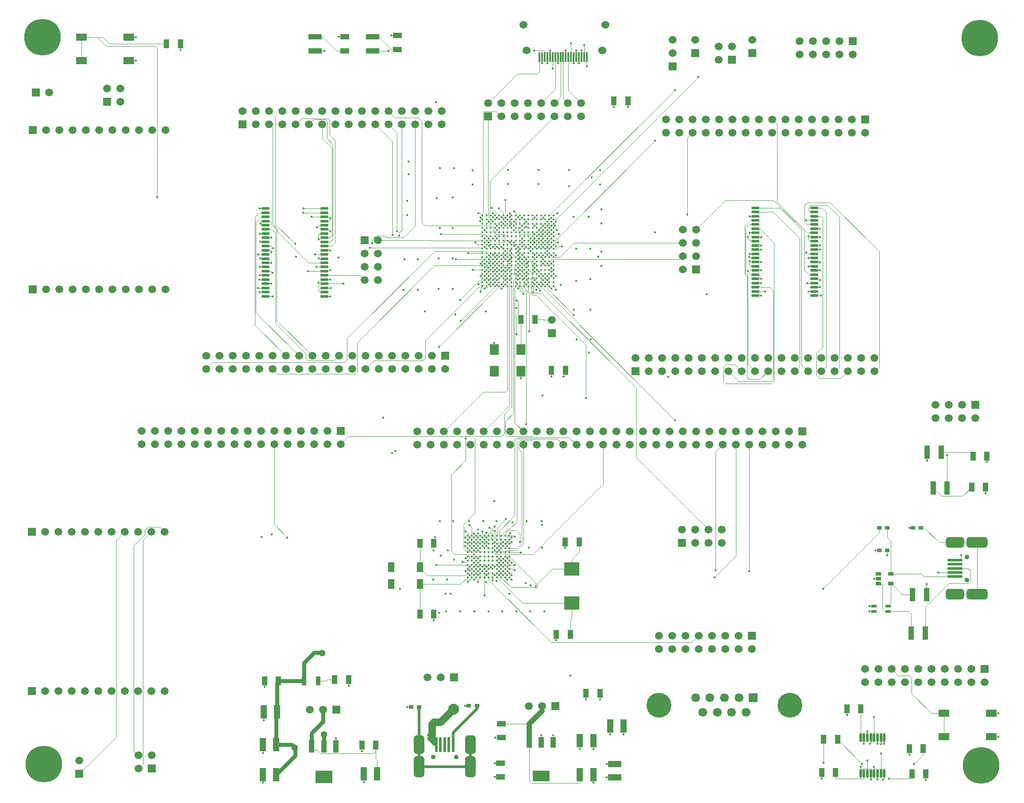
<source format=gtl>
%FSLAX44Y44*%
%MOMM*%
G71*
G01*
G75*
G04 Layer_Physical_Order=1*
G04 Layer_Color=255*
G04:AMPARAMS|DCode=10|XSize=3.5mm|YSize=2.05mm|CornerRadius=0.5125mm|HoleSize=0mm|Usage=FLASHONLY|Rotation=0.000|XOffset=0mm|YOffset=0mm|HoleType=Round|Shape=RoundedRectangle|*
%AMROUNDEDRECTD10*
21,1,3.5000,1.0250,0,0,0.0*
21,1,2.4750,2.0500,0,0,0.0*
1,1,1.0250,1.2375,-0.5125*
1,1,1.0250,-1.2375,-0.5125*
1,1,1.0250,-1.2375,0.5125*
1,1,1.0250,1.2375,0.5125*
%
%ADD10ROUNDEDRECTD10*%
G04:AMPARAMS|DCode=11|XSize=4mm|YSize=2.05mm|CornerRadius=0.5125mm|HoleSize=0mm|Usage=FLASHONLY|Rotation=0.000|XOffset=0mm|YOffset=0mm|HoleType=Round|Shape=RoundedRectangle|*
%AMROUNDEDRECTD11*
21,1,4.0000,1.0250,0,0,0.0*
21,1,2.9750,2.0500,0,0,0.0*
1,1,1.0250,1.4875,-0.5125*
1,1,1.0250,-1.4875,-0.5125*
1,1,1.0250,-1.4875,0.5125*
1,1,1.0250,1.4875,0.5125*
%
%ADD11ROUNDEDRECTD11*%
G04:AMPARAMS|DCode=12|XSize=3.5mm|YSize=2.05mm|CornerRadius=0.5125mm|HoleSize=0mm|Usage=FLASHONLY|Rotation=0.000|XOffset=0mm|YOffset=0mm|HoleType=Round|Shape=RoundedRectangle|*
%AMROUNDEDRECTD12*
21,1,3.5000,1.0250,0,0,0.0*
21,1,2.4750,2.0500,0,0,0.0*
1,1,1.0250,1.2375,-0.5125*
1,1,1.0250,-1.2375,-0.5125*
1,1,1.0250,-1.2375,0.5125*
1,1,1.0250,1.2375,0.5125*
%
%ADD12ROUNDEDRECTD12*%
G04:AMPARAMS|DCode=13|XSize=2.8mm|YSize=0.5mm|CornerRadius=0.125mm|HoleSize=0mm|Usage=FLASHONLY|Rotation=0.000|XOffset=0mm|YOffset=0mm|HoleType=Round|Shape=RoundedRectangle|*
%AMROUNDEDRECTD13*
21,1,2.8000,0.2500,0,0,0.0*
21,1,2.5500,0.5000,0,0,0.0*
1,1,0.2500,1.2750,-0.1250*
1,1,0.2500,-1.2750,-0.1250*
1,1,0.2500,-1.2750,0.1250*
1,1,0.2500,1.2750,0.1250*
%
%ADD13ROUNDEDRECTD13*%
%ADD14R,1.0000X0.7000*%
%ADD15R,0.8500X0.7000*%
%ADD16R,2.1000X1.4000*%
%ADD17R,1.1000X1.7000*%
%ADD18O,1.6000X0.5500*%
%ADD19R,1.1000X2.6000*%
%ADD20R,1.1000X0.6000*%
%ADD21O,0.4500X1.8000*%
%ADD22R,1.0000X2.1500*%
%ADD23R,3.2500X2.1500*%
%ADD24R,2.6000X1.2000*%
%ADD25R,1.2000X2.6000*%
%ADD26R,1.7000X1.1000*%
%ADD27R,0.9500X1.7000*%
%ADD28R,1.3000X1.9000*%
%ADD29C,0.4500*%
%ADD30R,2.6000X1.1000*%
%ADD31R,0.3000X1.9000*%
%ADD32C,0.3600*%
%ADD33R,1.0000X2.4000*%
%ADD34R,3.3000X2.4000*%
G04:AMPARAMS|DCode=35|XSize=3.5mm|YSize=2.05mm|CornerRadius=0.5125mm|HoleSize=0mm|Usage=FLASHONLY|Rotation=270.000|XOffset=0mm|YOffset=0mm|HoleType=Round|Shape=RoundedRectangle|*
%AMROUNDEDRECTD35*
21,1,3.5000,1.0250,0,0,270.0*
21,1,2.4750,2.0500,0,0,270.0*
1,1,1.0250,-0.5125,-1.2375*
1,1,1.0250,-0.5125,1.2375*
1,1,1.0250,0.5125,1.2375*
1,1,1.0250,0.5125,-1.2375*
%
%ADD35ROUNDEDRECTD35*%
G04:AMPARAMS|DCode=36|XSize=4mm|YSize=2.05mm|CornerRadius=0.5125mm|HoleSize=0mm|Usage=FLASHONLY|Rotation=270.000|XOffset=0mm|YOffset=0mm|HoleType=Round|Shape=RoundedRectangle|*
%AMROUNDEDRECTD36*
21,1,4.0000,1.0250,0,0,270.0*
21,1,2.9750,2.0500,0,0,270.0*
1,1,1.0250,-0.5125,-1.4875*
1,1,1.0250,-0.5125,1.4875*
1,1,1.0250,0.5125,1.4875*
1,1,1.0250,0.5125,-1.4875*
%
%ADD36ROUNDEDRECTD36*%
G04:AMPARAMS|DCode=37|XSize=3.5mm|YSize=2.05mm|CornerRadius=0.5125mm|HoleSize=0mm|Usage=FLASHONLY|Rotation=270.000|XOffset=0mm|YOffset=0mm|HoleType=Round|Shape=RoundedRectangle|*
%AMROUNDEDRECTD37*
21,1,3.5000,1.0250,0,0,270.0*
21,1,2.4750,2.0500,0,0,270.0*
1,1,1.0250,-0.5125,-1.2375*
1,1,1.0250,-0.5125,1.2375*
1,1,1.0250,0.5125,1.2375*
1,1,1.0250,0.5125,-1.2375*
%
%ADD37ROUNDEDRECTD37*%
G04:AMPARAMS|DCode=38|XSize=2.8mm|YSize=0.5mm|CornerRadius=0.125mm|HoleSize=0mm|Usage=FLASHONLY|Rotation=270.000|XOffset=0mm|YOffset=0mm|HoleType=Round|Shape=RoundedRectangle|*
%AMROUNDEDRECTD38*
21,1,2.8000,0.2500,0,0,270.0*
21,1,2.5500,0.5000,0,0,270.0*
1,1,0.2500,-0.1250,-1.2750*
1,1,0.2500,-0.1250,1.2750*
1,1,0.2500,0.1250,1.2750*
1,1,0.2500,0.1250,-1.2750*
%
%ADD38ROUNDEDRECTD38*%
%ADD39R,1.8000X2.0000*%
%ADD40R,3.0000X2.5000*%
%ADD41C,0.2000*%
%ADD42C,0.1000*%
%ADD43C,0.2540*%
%ADD44C,0.8000*%
%ADD45C,1.0000*%
%ADD46C,0.5000*%
%ADD47C,1.4000*%
%ADD48C,1.5000*%
%ADD49R,1.5000X1.5000*%
%ADD50C,0.9000*%
%ADD51C,4.7600*%
%ADD52R,1.6900X1.6900*%
%ADD53C,1.6900*%
%ADD54R,1.5000X1.5000*%
%ADD55C,1.5240*%
%ADD56C,0.4000*%
%ADD57C,7.0000*%
%ADD58C,1.3000*%
%ADD59C,2.1000*%
D10*
X2306450Y1145650D02*
D03*
D11*
X2348950D02*
D03*
Y1244150D02*
D03*
D12*
X2306450D02*
D03*
D13*
X2306700Y1186900D02*
D03*
Y1178900D02*
D03*
Y1202900D02*
D03*
Y1210900D02*
D03*
Y1194900D02*
D03*
D14*
X2159920Y1184420D02*
D03*
Y1174920D02*
D03*
Y1165420D02*
D03*
X2183920D02*
D03*
Y1184420D02*
D03*
D15*
X2177130Y1229530D02*
D03*
X2161630D02*
D03*
X1281250Y929900D02*
D03*
X1265750D02*
D03*
X1391950Y931800D02*
D03*
X1376450D02*
D03*
X2177130Y1272710D02*
D03*
X2161630D02*
D03*
X2241900D02*
D03*
X2226400D02*
D03*
D16*
X2285170Y872490D02*
D03*
X2376170D02*
D03*
Y917490D02*
D03*
X2285170D02*
D03*
X635000Y2166200D02*
D03*
X726000D02*
D03*
Y2211200D02*
D03*
X635000D02*
D03*
D17*
X825030Y2198370D02*
D03*
X798030D02*
D03*
X2055330Y867410D02*
D03*
X2082330D02*
D03*
X2246160Y849630D02*
D03*
X2219160D02*
D03*
X2224240Y801370D02*
D03*
X2251240D02*
D03*
X2078520Y803910D02*
D03*
X2051520D02*
D03*
X2126780Y925830D02*
D03*
X2099780D02*
D03*
X1627900Y955800D02*
D03*
X1600900D02*
D03*
X1198800Y856600D02*
D03*
X1171800D02*
D03*
X1012500Y979700D02*
D03*
X985500D02*
D03*
X1146900Y981700D02*
D03*
X1119900D02*
D03*
X1282680Y1107050D02*
D03*
X1309680D02*
D03*
X1282680Y1242940D02*
D03*
X1309680D02*
D03*
X1587900Y1245700D02*
D03*
X1560900D02*
D03*
X1570900Y1068700D02*
D03*
X1543900D02*
D03*
X1534630Y1573530D02*
D03*
X1561630D02*
D03*
X1503210Y1671480D02*
D03*
X1476210D02*
D03*
X2368080Y1409700D02*
D03*
X2341080D02*
D03*
X2365540Y1350010D02*
D03*
X2338540D02*
D03*
X1681010Y2089150D02*
D03*
X1654010D02*
D03*
D18*
X987940Y1883590D02*
D03*
Y1875590D02*
D03*
Y1867590D02*
D03*
Y1859590D02*
D03*
Y1851590D02*
D03*
Y1843590D02*
D03*
Y1835590D02*
D03*
Y1827590D02*
D03*
Y1819590D02*
D03*
Y1811590D02*
D03*
Y1803590D02*
D03*
Y1795590D02*
D03*
Y1787590D02*
D03*
Y1779590D02*
D03*
Y1771590D02*
D03*
Y1763590D02*
D03*
Y1755590D02*
D03*
Y1747590D02*
D03*
Y1739590D02*
D03*
Y1731590D02*
D03*
Y1723590D02*
D03*
Y1715590D02*
D03*
X1099940Y1883590D02*
D03*
Y1875590D02*
D03*
Y1867590D02*
D03*
Y1859590D02*
D03*
Y1851590D02*
D03*
Y1843590D02*
D03*
Y1835590D02*
D03*
Y1827590D02*
D03*
Y1819590D02*
D03*
Y1811590D02*
D03*
Y1803590D02*
D03*
Y1795590D02*
D03*
Y1787590D02*
D03*
Y1779590D02*
D03*
Y1771590D02*
D03*
Y1763590D02*
D03*
Y1755590D02*
D03*
Y1747590D02*
D03*
Y1739590D02*
D03*
Y1731590D02*
D03*
Y1723590D02*
D03*
Y1715590D02*
D03*
X1925200Y1884860D02*
D03*
Y1876860D02*
D03*
Y1868860D02*
D03*
Y1860860D02*
D03*
Y1852860D02*
D03*
Y1844860D02*
D03*
Y1836860D02*
D03*
Y1828860D02*
D03*
Y1820860D02*
D03*
Y1812860D02*
D03*
Y1804860D02*
D03*
Y1796860D02*
D03*
Y1788860D02*
D03*
Y1780860D02*
D03*
Y1772860D02*
D03*
Y1764860D02*
D03*
Y1756860D02*
D03*
Y1748860D02*
D03*
Y1740860D02*
D03*
Y1732860D02*
D03*
Y1724860D02*
D03*
Y1716860D02*
D03*
X2037200Y1884860D02*
D03*
Y1876860D02*
D03*
Y1868860D02*
D03*
Y1860860D02*
D03*
Y1852860D02*
D03*
Y1844860D02*
D03*
Y1836860D02*
D03*
Y1828860D02*
D03*
Y1820860D02*
D03*
Y1812860D02*
D03*
Y1804860D02*
D03*
Y1796860D02*
D03*
Y1788860D02*
D03*
Y1780860D02*
D03*
Y1772860D02*
D03*
Y1764860D02*
D03*
Y1756860D02*
D03*
Y1748860D02*
D03*
Y1740860D02*
D03*
Y1732860D02*
D03*
Y1724860D02*
D03*
Y1716860D02*
D03*
D19*
X2225730Y1144440D02*
D03*
X2252730D02*
D03*
X2223190Y1070780D02*
D03*
X2250190D02*
D03*
X2253450Y1417320D02*
D03*
X2280450D02*
D03*
X2291880Y1348740D02*
D03*
X2264880D02*
D03*
D20*
X2179070Y1112770D02*
D03*
Y1122770D02*
D03*
X2152070Y1112770D02*
D03*
Y1122770D02*
D03*
D21*
X2126090Y802930D02*
D03*
X2132590D02*
D03*
X2139090D02*
D03*
X2145590D02*
D03*
X2152090D02*
D03*
X2158590D02*
D03*
X2165090D02*
D03*
X2171590D02*
D03*
X2126090Y870930D02*
D03*
X2132590D02*
D03*
X2139090D02*
D03*
X2145590D02*
D03*
X2152090D02*
D03*
X2158590D02*
D03*
X2165090D02*
D03*
X2171590D02*
D03*
D22*
X1538110Y861560D02*
D03*
X1515110D02*
D03*
X1492110D02*
D03*
D23*
X1515110Y797060D02*
D03*
D24*
X1656000Y795050D02*
D03*
Y820550D02*
D03*
D25*
X1647350Y892800D02*
D03*
X1672850D02*
D03*
X1614650Y865100D02*
D03*
X1589150D02*
D03*
X1614650Y800400D02*
D03*
X1589150D02*
D03*
X982750Y857700D02*
D03*
X1008250D02*
D03*
X982750Y800400D02*
D03*
X1008250D02*
D03*
X983850Y920200D02*
D03*
X1009350D02*
D03*
X1175750Y801500D02*
D03*
X1201250D02*
D03*
D26*
X1438600Y897700D02*
D03*
Y870700D02*
D03*
X1437600Y822400D02*
D03*
Y795400D02*
D03*
X1239520Y2214410D02*
D03*
Y2187410D02*
D03*
X1139190Y2211870D02*
D03*
Y2184870D02*
D03*
D27*
X1088600Y979600D02*
D03*
X1061600D02*
D03*
D28*
X1283040Y1196710D02*
D03*
X1228040D02*
D03*
X1283040Y1164710D02*
D03*
X1228040D02*
D03*
D29*
X1374290Y1257540D02*
D03*
X1382290D02*
D03*
X1390290D02*
D03*
X1398290D02*
D03*
X1406290D02*
D03*
X1414290D02*
D03*
X1422290D02*
D03*
X1430290D02*
D03*
X1438290D02*
D03*
X1446290D02*
D03*
X1454290D02*
D03*
X1374290Y1249540D02*
D03*
X1382290D02*
D03*
X1390290D02*
D03*
X1398290D02*
D03*
X1406290D02*
D03*
X1414290D02*
D03*
X1422290D02*
D03*
X1430290D02*
D03*
X1438290D02*
D03*
X1446290D02*
D03*
X1454290D02*
D03*
X1374290Y1241540D02*
D03*
X1382290D02*
D03*
X1390290D02*
D03*
X1398290D02*
D03*
X1406290D02*
D03*
X1414290D02*
D03*
X1422290D02*
D03*
X1430290D02*
D03*
X1438290D02*
D03*
X1446290D02*
D03*
X1454290D02*
D03*
X1374290Y1233540D02*
D03*
X1382290D02*
D03*
X1390290D02*
D03*
X1398290D02*
D03*
X1406290D02*
D03*
X1414290D02*
D03*
X1422290D02*
D03*
X1430290D02*
D03*
X1438290D02*
D03*
X1446290D02*
D03*
X1454290D02*
D03*
X1374290Y1225540D02*
D03*
X1382290D02*
D03*
X1390290D02*
D03*
X1398290D02*
D03*
X1406290D02*
D03*
X1414290D02*
D03*
X1422290D02*
D03*
X1430290D02*
D03*
X1438290D02*
D03*
X1446290D02*
D03*
X1454290D02*
D03*
X1374290Y1217540D02*
D03*
X1382290D02*
D03*
X1390290D02*
D03*
X1398290D02*
D03*
X1406290D02*
D03*
X1414290D02*
D03*
X1422290D02*
D03*
X1430290D02*
D03*
X1438290D02*
D03*
X1446290D02*
D03*
X1454290D02*
D03*
X1374290Y1209540D02*
D03*
X1382290D02*
D03*
X1390290D02*
D03*
X1398290D02*
D03*
X1406290D02*
D03*
X1414290D02*
D03*
X1422290D02*
D03*
X1430290D02*
D03*
X1438290D02*
D03*
X1446290D02*
D03*
X1454290D02*
D03*
X1374290Y1201540D02*
D03*
X1382290D02*
D03*
X1390290D02*
D03*
X1398290D02*
D03*
X1406290D02*
D03*
X1414290D02*
D03*
X1422290D02*
D03*
X1430290D02*
D03*
X1438290D02*
D03*
X1446290D02*
D03*
X1454290D02*
D03*
X1374290Y1193540D02*
D03*
X1382290D02*
D03*
X1390290D02*
D03*
X1398290D02*
D03*
X1406290D02*
D03*
X1414290D02*
D03*
X1422290D02*
D03*
X1430290D02*
D03*
X1438290D02*
D03*
X1446290D02*
D03*
X1454290D02*
D03*
X1374290Y1185540D02*
D03*
X1382290D02*
D03*
X1390290D02*
D03*
X1398290D02*
D03*
X1406290D02*
D03*
X1414290D02*
D03*
X1422290D02*
D03*
X1430290D02*
D03*
X1438290D02*
D03*
X1446290D02*
D03*
X1454290D02*
D03*
X1374290Y1177540D02*
D03*
X1382290D02*
D03*
X1390290D02*
D03*
X1398290D02*
D03*
X1406290D02*
D03*
X1414290D02*
D03*
X1422290D02*
D03*
X1430290D02*
D03*
X1438290D02*
D03*
X1446290D02*
D03*
X1454290D02*
D03*
D30*
X1192530Y2184870D02*
D03*
Y2211870D02*
D03*
X1082040Y2184870D02*
D03*
Y2211870D02*
D03*
D31*
X1516950Y2173670D02*
D03*
X1511950D02*
D03*
X1521950D02*
D03*
X1526950D02*
D03*
X1531950D02*
D03*
X1536950D02*
D03*
X1541950D02*
D03*
X1546950D02*
D03*
X1551950D02*
D03*
X1556950D02*
D03*
X1561950D02*
D03*
X1566950D02*
D03*
X1571950D02*
D03*
X1576950D02*
D03*
X1581950D02*
D03*
X1586950D02*
D03*
X1591950D02*
D03*
X1596950D02*
D03*
X1601950D02*
D03*
D32*
X1402700Y1870300D02*
D03*
X1410700D02*
D03*
X1418700D02*
D03*
X1426700D02*
D03*
X1434700D02*
D03*
X1442700D02*
D03*
X1450700D02*
D03*
X1458700D02*
D03*
X1466700D02*
D03*
X1474700D02*
D03*
X1482700D02*
D03*
X1490700D02*
D03*
X1498700D02*
D03*
X1506700D02*
D03*
X1514700D02*
D03*
X1522700D02*
D03*
X1530700D02*
D03*
X1538700D02*
D03*
X1402700Y1862300D02*
D03*
X1410700D02*
D03*
X1418700D02*
D03*
X1426700D02*
D03*
X1434700D02*
D03*
X1442700D02*
D03*
X1450700D02*
D03*
X1458700D02*
D03*
X1466700D02*
D03*
X1474700D02*
D03*
X1482700D02*
D03*
X1490700D02*
D03*
X1498700D02*
D03*
X1506700D02*
D03*
X1514700D02*
D03*
X1522700D02*
D03*
X1530700D02*
D03*
X1538700D02*
D03*
X1402700Y1854300D02*
D03*
X1410700D02*
D03*
X1418700D02*
D03*
X1426700D02*
D03*
X1434700D02*
D03*
X1442700D02*
D03*
X1450700D02*
D03*
X1458700D02*
D03*
X1466700D02*
D03*
X1474700D02*
D03*
X1482700D02*
D03*
X1490700D02*
D03*
X1498700D02*
D03*
X1506700D02*
D03*
X1514700D02*
D03*
X1522700D02*
D03*
X1530700D02*
D03*
X1538700D02*
D03*
X1402700Y1846300D02*
D03*
X1410700D02*
D03*
X1418700D02*
D03*
X1426700D02*
D03*
X1434700D02*
D03*
X1442700D02*
D03*
X1450700D02*
D03*
X1458700D02*
D03*
X1466700D02*
D03*
X1474700D02*
D03*
X1482700D02*
D03*
X1490700D02*
D03*
X1498700D02*
D03*
X1506700D02*
D03*
X1514700D02*
D03*
X1522700D02*
D03*
X1530700D02*
D03*
X1538700D02*
D03*
X1402700Y1838300D02*
D03*
X1410700D02*
D03*
X1418700D02*
D03*
X1426700D02*
D03*
X1434700D02*
D03*
X1442700D02*
D03*
X1450700D02*
D03*
X1458700D02*
D03*
X1466700D02*
D03*
X1474700D02*
D03*
X1482700D02*
D03*
X1490700D02*
D03*
X1498700D02*
D03*
X1506700D02*
D03*
X1514700D02*
D03*
X1522700D02*
D03*
X1530700D02*
D03*
X1538700D02*
D03*
X1402700Y1830300D02*
D03*
X1410700D02*
D03*
X1418700D02*
D03*
X1426700D02*
D03*
X1434700D02*
D03*
X1442700D02*
D03*
X1450700D02*
D03*
X1458700D02*
D03*
X1466700D02*
D03*
X1474700D02*
D03*
X1482700D02*
D03*
X1490700D02*
D03*
X1498700D02*
D03*
X1506700D02*
D03*
X1514700D02*
D03*
X1522700D02*
D03*
X1530700D02*
D03*
X1538700D02*
D03*
X1402700Y1822300D02*
D03*
X1410700D02*
D03*
X1418700D02*
D03*
X1426700D02*
D03*
X1434700D02*
D03*
X1442700D02*
D03*
X1450700D02*
D03*
X1458700D02*
D03*
X1466700D02*
D03*
X1474700D02*
D03*
X1482700D02*
D03*
X1490700D02*
D03*
X1498700D02*
D03*
X1506700D02*
D03*
X1514700D02*
D03*
X1522700D02*
D03*
X1530700D02*
D03*
X1538700D02*
D03*
X1402700Y1814300D02*
D03*
X1410700D02*
D03*
X1418700D02*
D03*
X1426700D02*
D03*
X1434700D02*
D03*
X1442700D02*
D03*
X1450700D02*
D03*
X1458700D02*
D03*
X1466700D02*
D03*
X1474700D02*
D03*
X1482700D02*
D03*
X1490700D02*
D03*
X1498700D02*
D03*
X1506700D02*
D03*
X1514700D02*
D03*
X1522700D02*
D03*
X1530700D02*
D03*
X1538700D02*
D03*
X1402700Y1806300D02*
D03*
X1410700D02*
D03*
X1418700D02*
D03*
X1426700D02*
D03*
X1434700D02*
D03*
X1442700D02*
D03*
X1450700D02*
D03*
X1458700D02*
D03*
X1466700D02*
D03*
X1474700D02*
D03*
X1482700D02*
D03*
X1490700D02*
D03*
X1498700D02*
D03*
X1506700D02*
D03*
X1514700D02*
D03*
X1522700D02*
D03*
X1530700D02*
D03*
X1538700D02*
D03*
X1402700Y1798300D02*
D03*
X1410700D02*
D03*
X1418700D02*
D03*
X1426700D02*
D03*
X1434700D02*
D03*
X1442700D02*
D03*
X1450700D02*
D03*
X1458700D02*
D03*
X1466700D02*
D03*
X1474700D02*
D03*
X1482700D02*
D03*
X1490700D02*
D03*
X1498700D02*
D03*
X1506700D02*
D03*
X1514700D02*
D03*
X1522700D02*
D03*
X1530700D02*
D03*
X1538700D02*
D03*
X1402700Y1790300D02*
D03*
X1410700D02*
D03*
X1418700D02*
D03*
X1426700D02*
D03*
X1434700D02*
D03*
X1442700D02*
D03*
X1450700D02*
D03*
X1458700D02*
D03*
X1466700D02*
D03*
X1474700D02*
D03*
X1482700D02*
D03*
X1490700D02*
D03*
X1498700D02*
D03*
X1506700D02*
D03*
X1514700D02*
D03*
X1522700D02*
D03*
X1530700D02*
D03*
X1538700D02*
D03*
X1402700Y1782300D02*
D03*
X1410700D02*
D03*
X1418700D02*
D03*
X1426700D02*
D03*
X1434700D02*
D03*
X1442700D02*
D03*
X1450700D02*
D03*
X1458700D02*
D03*
X1466700D02*
D03*
X1474700D02*
D03*
X1482700D02*
D03*
X1490700D02*
D03*
X1498700D02*
D03*
X1506700D02*
D03*
X1514700D02*
D03*
X1522700D02*
D03*
X1530700D02*
D03*
X1538700D02*
D03*
X1402700Y1774300D02*
D03*
X1410700D02*
D03*
X1418700D02*
D03*
X1426700D02*
D03*
X1434700D02*
D03*
X1442700D02*
D03*
X1450700D02*
D03*
X1458700D02*
D03*
X1466700D02*
D03*
X1474700D02*
D03*
X1482700D02*
D03*
X1490700D02*
D03*
X1498700D02*
D03*
X1506700D02*
D03*
X1514700D02*
D03*
X1522700D02*
D03*
X1530700D02*
D03*
X1538700D02*
D03*
X1402700Y1766300D02*
D03*
X1410700D02*
D03*
X1418700D02*
D03*
X1426700D02*
D03*
X1434700D02*
D03*
X1442700D02*
D03*
X1450700D02*
D03*
X1458700D02*
D03*
X1466700D02*
D03*
X1474700D02*
D03*
X1482700D02*
D03*
X1490700D02*
D03*
X1498700D02*
D03*
X1506700D02*
D03*
X1514700D02*
D03*
X1522700D02*
D03*
X1530700D02*
D03*
X1538700D02*
D03*
X1402700Y1758300D02*
D03*
X1410700D02*
D03*
X1418700D02*
D03*
X1426700D02*
D03*
X1434700D02*
D03*
X1442700D02*
D03*
X1450700D02*
D03*
X1458700D02*
D03*
X1466700D02*
D03*
X1474700D02*
D03*
X1482700D02*
D03*
X1490700D02*
D03*
X1498700D02*
D03*
X1506700D02*
D03*
X1514700D02*
D03*
X1522700D02*
D03*
X1530700D02*
D03*
X1538700D02*
D03*
X1402700Y1750300D02*
D03*
X1410700D02*
D03*
X1418700D02*
D03*
X1426700D02*
D03*
X1434700D02*
D03*
X1442700D02*
D03*
X1450700D02*
D03*
X1458700D02*
D03*
X1466700D02*
D03*
X1474700D02*
D03*
X1482700D02*
D03*
X1490700D02*
D03*
X1498700D02*
D03*
X1506700D02*
D03*
X1514700D02*
D03*
X1522700D02*
D03*
X1530700D02*
D03*
X1538700D02*
D03*
X1402700Y1742300D02*
D03*
X1410700D02*
D03*
X1418700D02*
D03*
X1426700D02*
D03*
X1434700D02*
D03*
X1442700D02*
D03*
X1450700D02*
D03*
X1458700D02*
D03*
X1466700D02*
D03*
X1474700D02*
D03*
X1482700D02*
D03*
X1490700D02*
D03*
X1498700D02*
D03*
X1506700D02*
D03*
X1514700D02*
D03*
X1522700D02*
D03*
X1530700D02*
D03*
X1538700D02*
D03*
X1402700Y1734300D02*
D03*
X1410700D02*
D03*
X1418700D02*
D03*
X1426700D02*
D03*
X1434700D02*
D03*
X1442700D02*
D03*
X1450700D02*
D03*
X1458700D02*
D03*
X1466700D02*
D03*
X1474700D02*
D03*
X1482700D02*
D03*
X1490700D02*
D03*
X1498700D02*
D03*
X1506700D02*
D03*
X1514700D02*
D03*
X1522700D02*
D03*
X1530700D02*
D03*
X1538700D02*
D03*
D33*
X1122060Y854060D02*
D03*
X1099060D02*
D03*
X1076060D02*
D03*
D34*
X1099060Y796060D02*
D03*
D35*
X1281200Y857500D02*
D03*
D36*
Y815000D02*
D03*
X1379700D02*
D03*
D37*
Y857500D02*
D03*
D38*
X1322450Y857250D02*
D03*
X1314450D02*
D03*
X1338450D02*
D03*
X1346450D02*
D03*
X1330450D02*
D03*
D39*
X1475740Y1571740D02*
D03*
X1424940D02*
D03*
X1475740Y1613740D02*
D03*
X1424940D02*
D03*
D40*
X1573300Y1128400D02*
D03*
Y1193400D02*
D03*
D41*
X1455597Y1802096D02*
Y1803197D01*
X1478300Y1810200D02*
X1482170Y1814070D01*
X1450500Y1822100D02*
X1451670D01*
X1482170Y1814070D02*
X1482700Y1814300D01*
X1466500Y1814100D02*
X1466700Y1814300D01*
X1465490Y1814100D02*
X1466500D01*
X1463080Y1811690D02*
X1465490Y1814100D01*
X1451670Y1822100D02*
X1455480Y1818290D01*
X1455597Y1803197D02*
X1458700Y1806300D01*
X1466900Y1798300D02*
X1471300Y1801900D01*
Y1802100D02*
X1475100Y1805900D01*
D42*
X1910600Y1826436D02*
X1916176Y1820860D01*
X1910600Y1826436D02*
Y1828800D01*
X1914540Y1788860D02*
X1925200D01*
X1913100Y1790300D02*
X1914540Y1788860D01*
X1251528Y1827600D02*
X1273810Y1849882D01*
X1216152Y1831594D02*
X1220146Y1827600D01*
X1251528D01*
X1243700Y1831100D02*
Y1837044D01*
X1248410Y1841754D01*
Y2044700D01*
X1549796Y1811300D02*
X1555200D01*
X1544796Y1806300D02*
X1549796Y1811300D01*
X1498374Y1717548D02*
X1504950D01*
X1490700Y1725222D02*
Y1734300D01*
X1495298Y1723452D02*
Y1751584D01*
Y1723452D02*
X1498550Y1720200D01*
X1501450D02*
X1503591Y1722341D01*
X1514888D01*
X1490700Y1725222D02*
X1498374Y1717548D01*
X1498550Y1720200D02*
X1501450D01*
X1500000Y1723700D02*
Y1731736D01*
X1500632Y1732368D01*
X1457130Y1158700D02*
X1502350D01*
X1508500Y1159550D02*
Y1165854D01*
X1536046Y1193400D01*
X1502350Y1158700D02*
X1503550Y1157500D01*
X1506450D02*
X1508500Y1159550D01*
X1503550Y1157500D02*
X1506450D01*
X1505000Y1161000D02*
Y1166830D01*
X1454290Y1217540D02*
X1505000Y1166830D01*
X1438290Y1177540D02*
X1457130Y1158700D01*
X1470597Y1747397D02*
X1473501Y1750300D01*
X1474700D01*
X1478026Y1734305D02*
X1482700Y1738979D01*
X1479296Y1747012D02*
X1479412D01*
X1482700Y1750300D01*
X1478026Y1730248D02*
Y1734305D01*
Y1730248D02*
X1486408Y1721866D01*
X1473700Y1737600D02*
X1474700Y1738600D01*
X1471400Y1730480D02*
Y1735667D01*
X1471168Y1730248D02*
X1471400Y1730480D01*
X1473333Y1737600D02*
X1473700D01*
X1469497Y1738797D02*
Y1739503D01*
X1466700Y1742300D02*
X1469497Y1739503D01*
X1471400Y1735667D02*
X1473333Y1737600D01*
X1474700Y1738600D02*
Y1742300D01*
X1471422Y1683258D02*
Y1706371D01*
X1469797Y1707997D02*
X1471422Y1706371D01*
X1464197Y1731797D02*
X1466700Y1734300D01*
X1464197Y1473313D02*
X1480820Y1456690D01*
X1462024Y1491598D02*
Y1745624D01*
X1464197Y1473313D02*
Y1731797D01*
X1458200Y1704893D02*
Y1733800D01*
X1458700Y1734300D01*
X1467697Y1707997D02*
X1469797D01*
X1458200Y1704893D02*
X1458700Y1704393D01*
Y1503912D02*
Y1704393D01*
X1501597Y1761600D02*
X1502497Y1762500D01*
X1500051Y1753616D02*
X1502000Y1751667D01*
X1497330Y1753616D02*
X1500051D01*
X1495400Y1761600D02*
X1501597D01*
X1498700Y1766300D02*
X1502700Y1770300D01*
X1490700Y1766300D02*
X1495400Y1761600D01*
X1495298Y1751584D02*
X1497330Y1753616D01*
X1502000Y1751600D02*
X1503300Y1750300D01*
X1502000Y1751600D02*
Y1751667D01*
X1482700Y1766300D02*
X1487102Y1770702D01*
X1484630Y1759458D02*
X1486916Y1761744D01*
X1487291Y1746891D02*
X1490700Y1750300D01*
X1474700Y1758300D02*
X1478788Y1754212D01*
X1466700Y1758300D02*
X1470700Y1762300D01*
X1474700Y1766300D02*
X1478700Y1762300D01*
X1478788Y1770126D02*
Y1770212D01*
X1478746Y1778254D02*
X1478788D01*
X1465072Y1754886D02*
X1470660D01*
X1498700Y1774300D02*
X1502700Y1770300D01*
X1497584Y1778254D02*
X1502664D01*
X1486700Y1738300D02*
X1490700Y1742300D01*
X1503300Y1750300D02*
X1506700D01*
X1486700Y1754300D02*
X1490700Y1758300D01*
X1502664Y1746250D02*
Y1746336D01*
X1502624Y1738376D02*
X1502664D01*
X1506700Y1742300D02*
X1510700Y1738300D01*
X1506700Y1734300D02*
X1512824Y1728176D01*
X1484630Y1758300D02*
Y1759458D01*
X1482700Y1758300D02*
X1484630D01*
X1466700Y1766300D02*
X1470700Y1770300D01*
X1506700Y1766300D02*
X1510700Y1762300D01*
X1506700Y1758300D02*
X1510700Y1754300D01*
X1430782Y1778254D02*
Y1778382D01*
X1384030Y1766300D02*
X1402700D01*
X1406700Y1778300D02*
X1410700Y1782300D01*
X1414780Y1778380D02*
X1418700Y1782300D01*
X1406652Y1771142D02*
X1407542D01*
X1413764Y1770380D02*
X1414780D01*
X1422654D02*
X1422780D01*
X1422700Y1778300D02*
X1426700Y1782300D01*
X1422782Y1786382D02*
X1426700Y1790300D01*
X1430782Y1769618D02*
Y1770382D01*
Y1778382D02*
X1434700Y1782300D01*
X1454528Y1786128D02*
X1454912D01*
X1454500Y1786100D02*
X1454528Y1786128D01*
X1450700Y1782300D02*
X1454500Y1786100D01*
X1450470Y1782070D02*
X1450700Y1782300D01*
X1008250Y919100D02*
Y930016D01*
X1446290Y1207516D02*
X1448308D01*
X1522700Y1792478D02*
X1524762D01*
X1416812Y1796288D02*
X1418700D01*
X1380490Y1235456D02*
X1382290D01*
X1432814Y1748282D02*
X1434700D01*
X1198800Y845312D02*
Y856600D01*
Y830236D02*
Y845312D01*
X1076060Y847090D02*
X1085850D01*
X1283040Y1164590D02*
X1361340D01*
X1283040Y1135994D02*
Y1164590D01*
X2180844Y792480D02*
X2224240D01*
X1088600Y979903D02*
X1103425D01*
X666112Y2211200D02*
X675640D01*
X1408684Y1732280D02*
X1410700D01*
X2206058Y1144270D02*
X2225730D01*
X2318258Y1210900D02*
Y1219962D01*
X1478680Y1794690D02*
X1479090D01*
X1482700Y1798300D01*
X1394374Y1189624D02*
X1398290Y1193540D01*
X1394206Y1189624D02*
X1394374D01*
X1386358Y1181608D02*
X1390290Y1185540D01*
X1386078Y1181608D02*
X1386358D01*
X1454290Y1209540D02*
X1458280Y1205550D01*
X1434338Y1253492D02*
X1438290Y1249540D01*
X1434338Y1253492D02*
Y1265936D01*
X1464564Y1296162D01*
Y1442720D01*
X1467104Y1445260D01*
X1568450D01*
X1582420Y1431290D01*
X1446290Y1233540D02*
X1450289Y1237539D01*
X1370362Y1213612D02*
X1374290Y1217540D01*
X1370330Y1213612D02*
X1370362D01*
X1371758Y1207008D02*
X1374290Y1209540D01*
X1364742Y1207008D02*
X1371758D01*
X1848612Y1418082D02*
X1861820Y1431290D01*
X1848612Y1190752D02*
Y1418082D01*
X1314196Y1201166D02*
X1314570Y1201540D01*
X1374290D01*
X1518666Y1746250D02*
Y1746334D01*
X1514700Y1750300D02*
X1518666Y1746334D01*
X1522700Y1742300D02*
X1526624Y1738376D01*
X1526794D01*
X1410208Y1237488D02*
X1410342D01*
X1414290Y1233540D01*
X1538700Y1854300D02*
X1542664Y1858264D01*
X1506700Y1830300D02*
X1510534Y1834134D01*
X1540986Y1850390D02*
X1541526D01*
X1538700Y1848104D02*
X1540986Y1850390D01*
X1538700Y1846300D02*
Y1848104D01*
X1490700Y1814300D02*
X1494786Y1818386D01*
X1494790D01*
X1522700Y1838300D02*
X1526601Y1842201D01*
X1542662Y1842262D02*
X1544694D01*
X1538700Y1838300D02*
X1542662Y1842262D01*
X1538700Y1830300D02*
X1542788Y1834388D01*
X1548892D01*
X1498700Y1814300D02*
X1502664Y1818264D01*
Y1818386D01*
X1506700Y1814300D02*
X1510786Y1818386D01*
X1510792D01*
X1522700Y1814300D02*
X1526790Y1818390D01*
X1541828Y1822300D02*
X1732800Y2013272D01*
X1538700Y1822300D02*
X1541828D01*
X1502658Y1810258D02*
X1503172D01*
X1498700Y1806300D02*
X1502658Y1810258D01*
X1494790Y1781048D02*
X1497584Y1778254D01*
X1494790Y1781048D02*
Y1786210D01*
X1490700Y1790300D02*
X1494790Y1786210D01*
X1514700Y1796288D02*
Y1798300D01*
Y1796288D02*
X1518666Y1794256D01*
X1524762Y1792478D02*
X1526794Y1794510D01*
X1522700Y1790300D02*
Y1792478D01*
X1538700Y1814300D02*
X1542786Y1818386D01*
X1546860D01*
X1530700Y1790300D02*
X1534618Y1786382D01*
X1780032D01*
X1785620Y1791970D01*
X1394206Y1253624D02*
X1398290Y1249540D01*
X1422780Y1770380D02*
X1426700Y1774300D01*
X1414780Y1770380D02*
X1418700Y1774300D01*
X1394714Y1738376D02*
X1398638Y1742300D01*
X1402700D01*
X1406652Y1746252D02*
X1410700Y1750300D01*
X1394791Y1742391D02*
X1402700Y1750300D01*
X1393545Y1742391D02*
X1394791D01*
X1360550Y1709396D02*
X1393545Y1742391D01*
X1360550Y1708150D02*
Y1709396D01*
X1406652Y1762252D02*
X1410700Y1766300D01*
X1310496Y1774300D02*
X1402700D01*
X1162812Y1626616D02*
X1310496Y1774300D01*
X1162812Y1571498D02*
Y1626616D01*
X1158240Y1566926D02*
X1162812Y1571498D01*
X1009904Y1566926D02*
X1158240D01*
X1000760Y1576070D02*
X1009904Y1566926D01*
X1398778Y1778254D02*
Y1778378D01*
X1402700Y1782300D01*
X1406652Y1786252D02*
X1410700Y1790300D01*
X1406652Y1785366D02*
Y1786252D01*
X1351534Y1786382D02*
X1398782D01*
X1402700Y1790300D01*
X1375664Y1798300D02*
X1402700D01*
X1414782Y1786382D02*
X1418700Y1790300D01*
X1414780Y1786382D02*
X1414782D01*
X1006538Y1852994D02*
X1043940Y1815592D01*
X1006538Y1852994D02*
Y2057972D01*
X994410Y2070100D02*
X1006538Y2057972D01*
X1414780Y1810220D02*
X1418700Y1806300D01*
X1414780Y1810220D02*
Y1811528D01*
X1406652Y1818348D02*
Y1818386D01*
Y1818348D02*
X1410700Y1814300D01*
X1388872Y1818386D02*
X1392958Y1814300D01*
X1402700D01*
X1430782Y1786382D02*
X1434700Y1790300D01*
X1426700Y1814300D02*
X1431294Y1818894D01*
X1444752D01*
X1446022Y1820164D01*
Y1832356D01*
X1444752Y1833626D02*
X1446022Y1832356D01*
X1425956Y1833626D02*
X1444752D01*
X1422654Y1836928D02*
X1425956Y1833626D01*
X1422654Y1836928D02*
Y1848612D01*
X1420368Y1850898D02*
X1422654Y1848612D01*
X1292352Y1850898D02*
X1420368D01*
X1286764Y1856486D02*
X1292352Y1850898D01*
X1286764Y1856486D02*
Y2052320D01*
X1281684Y2057400D02*
X1286764Y2052320D01*
X1235710Y2057400D02*
X1281684D01*
X1223010Y2070100D02*
X1235710Y2057400D01*
X1414697Y1818303D02*
X1418700Y1814300D01*
X1394206Y1261618D02*
X1394212D01*
X1398290Y1257540D01*
X1386078Y1245616D02*
X1386214D01*
X1390290Y1241540D01*
X1370330Y1237488D02*
X1370342D01*
X1374290Y1233540D01*
X1386216Y1229614D02*
X1390290Y1225540D01*
X1378204Y1229614D02*
X1378216D01*
X1382290Y1225540D01*
X1328420Y1456690D02*
X1403816Y1532086D01*
X1446595D01*
X1450700Y1536192D01*
Y1734300D01*
X1454150Y1737750D02*
X1458700Y1742300D01*
X1454150Y1506220D02*
Y1737750D01*
X1404620Y1456690D02*
X1454150Y1506220D01*
X1454658Y1746258D02*
X1458700Y1750300D01*
X1454658Y1746250D02*
Y1746258D01*
X1454718Y1754318D02*
X1458700Y1758300D01*
X1486408Y1470152D02*
Y1721866D01*
X1482700Y1738979D02*
Y1742300D01*
X1463294Y1770894D02*
X1466700Y1774300D01*
X1463294Y1756664D02*
Y1770894D01*
Y1756664D02*
X1465072Y1754886D01*
X1474700Y1774300D02*
X1478788Y1770212D01*
X1600200Y1520190D02*
Y1622298D01*
X1504950Y1717548D02*
X1600200Y1622298D01*
X1414780Y1738380D02*
X1418700Y1742300D01*
X1430782Y1770382D02*
X1434700Y1774300D01*
X1361180Y1668780D02*
X1426700Y1734300D01*
X1422652Y1746252D02*
X1426700Y1750300D01*
X1414650Y1746250D02*
X1418700Y1750300D01*
X1414271Y1753871D02*
X1418700Y1758300D01*
X1430778Y1754378D02*
X1434700Y1758300D01*
X1430020Y1754378D02*
X1430778D01*
X1446717Y1746317D02*
X1450700Y1750300D01*
X1438656Y1730248D02*
Y1730256D01*
X1442700Y1734300D01*
X1498700Y1750300D02*
X1502664Y1746336D01*
X1498700Y1734300D02*
X1500632Y1732368D01*
X1498700Y1742300D02*
X1502624Y1738376D01*
X1530700Y1766300D02*
X1533144D01*
X1534668Y1767824D01*
Y1769364D01*
X1192530Y2184870D02*
X1223264D01*
X1534652Y1762252D02*
X1538700Y1766300D01*
X1082040Y2184870D02*
X1100328D01*
X1433576Y1883390D02*
X1442700Y1874266D01*
Y1870300D02*
Y1874266D01*
X1454734D02*
X1458700Y1870300D01*
X1454658Y1874266D02*
X1454734D01*
X1462698Y1850302D02*
X1466700Y1846300D01*
Y1862300D02*
X1470792Y1866392D01*
X1482700Y1846300D02*
X1485774Y1849374D01*
X1486662D01*
X1463294Y1858264D02*
X1470736D01*
X1474700Y1854300D01*
X1438656Y1866344D02*
X1442700Y1862300D01*
X1438656Y1866344D02*
Y1866392D01*
X1454610Y1850390D02*
X1458700Y1846300D01*
X1455928Y1854300D02*
X1458700D01*
X1454658Y1858264D02*
X1455928Y1854300D01*
X1454658Y1866342D02*
Y1866392D01*
Y1866342D02*
X1458700Y1862300D01*
X1402334Y1253490D02*
X1402340D01*
X1406290Y1249540D01*
X1422734Y1874266D02*
X1426700Y1870300D01*
X1422654Y1874266D02*
X1422734D01*
X1438610Y1850390D02*
X1442700Y1846300D01*
X1438656Y1857756D02*
X1439244D01*
X1442700Y1854300D01*
X1429766Y2069084D02*
X1438910Y2059940D01*
X1404366Y2069084D02*
X1429766D01*
X1404366Y1876634D02*
Y2069084D01*
Y1876634D02*
X1410700Y1870300D01*
X1536950Y2151634D02*
Y2173670D01*
X1413510Y2085340D02*
X1469420Y2141250D01*
X1507744D01*
X1511950Y2145457D01*
Y2173670D01*
X1099940Y1739590D02*
X1136904D01*
X2048184Y1732860D02*
X2048256Y1732788D01*
X2037200Y1732860D02*
X2048184D01*
X2026266Y1724860D02*
X2037200D01*
X2026212Y1724914D02*
X2026266Y1724860D01*
X1099940Y1715590D02*
X1110996D01*
X987940D02*
X1001014D01*
X973328Y1731590D02*
X987940D01*
X1008578Y1669852D02*
X1076960Y1601470D01*
X1008578Y1669852D02*
Y1843136D01*
X998474Y1853240D02*
X1008578Y1843136D01*
X998474Y1853240D02*
Y1857304D01*
X996188Y1859590D02*
X998474Y1857304D01*
X987940Y1859590D02*
X996188D01*
X1914144Y1868860D02*
X1925200D01*
X979424Y1867590D02*
X987940D01*
X969376Y1857542D02*
X979424Y1867590D01*
X969376Y1683654D02*
Y1857542D01*
Y1683654D02*
X1051560Y1601470D01*
X1060688Y1883590D02*
X1099940D01*
X2037200Y1868860D02*
X2050360D01*
X2053732Y1865488D01*
Y1618376D02*
Y1865488D01*
X2041906Y1606550D02*
X2053732Y1618376D01*
X2041906Y1564640D02*
Y1606550D01*
Y1564640D02*
X2048002Y1558544D01*
X2088134D01*
X2101850Y1572260D01*
X1075690Y1867590D02*
X1099940D01*
X2022602Y1860860D02*
X2037200D01*
X1099940Y1859590D02*
X1109472D01*
X1110996Y1861114D01*
Y1865376D01*
X1068832Y1763590D02*
X1099940D01*
X2048190Y1780860D02*
X2048256Y1780794D01*
X2037200Y1780860D02*
X2048190D01*
X2026220Y1788860D02*
X2037200D01*
X2026158Y1788922D02*
X2026220Y1788860D01*
X1088960Y1787590D02*
X1099940D01*
X1088898Y1787652D02*
X1088960Y1787590D01*
X1925200Y1828860D02*
X1936242D01*
X1916176Y1820860D02*
X1925200D01*
X987940Y1811590D02*
X997785D01*
X1001911Y1807464D01*
X1239012Y1839468D02*
Y2028698D01*
X1223010Y2044700D02*
X1239012Y2028698D01*
X977194Y1787590D02*
X987940D01*
X977132Y1787652D02*
X977194Y1787590D01*
X1273810Y1849882D02*
Y2044700D01*
X1198880Y1831594D02*
X1216152D01*
X1191514Y1824228D02*
X1198880Y1831594D01*
X1191514Y1816608D02*
Y1824228D01*
X998916Y1779590D02*
X998982Y1779524D01*
X987940Y1779590D02*
X998916D01*
X1914144Y1774892D02*
Y1782572D01*
Y1774892D02*
X1916176Y1772860D01*
X1925200D01*
X1099940Y1755590D02*
X1167950D01*
X1177290Y1746250D01*
X976942Y1755590D02*
X987940D01*
X976884Y1755648D02*
X976942Y1755590D01*
X975360Y1747590D02*
X987940D01*
X1107948Y1842770D02*
X1110996Y1839722D01*
X1099940Y1843590D02*
X1107948Y1842770D01*
X1438290Y1193540D02*
X1442212Y1189618D01*
Y1189482D02*
Y1189618D01*
X1454290Y1185540D02*
X1458214Y1181616D01*
X1454290Y1177540D02*
X1458350Y1173480D01*
X2291880Y1348740D02*
Y1412494D01*
X1386332Y1197582D02*
X1390290Y1201540D01*
X1450218Y1213612D02*
X1450340D01*
X1446290Y1217540D02*
X1450218Y1213612D01*
X1476258Y1225540D02*
X1476502Y1225296D01*
X1454290Y1225540D02*
X1476258D01*
X1454290Y1201540D02*
X1464190D01*
X1374166Y1169416D02*
X1382290Y1177540D01*
X1422290Y1271414D02*
X1426210Y1275334D01*
X1422290Y1257540D02*
Y1271414D01*
X1394206Y1197610D02*
X1394360D01*
X1398290Y1201540D01*
X1402334Y1189584D02*
X1406290Y1193540D01*
X1410232Y1189482D02*
X1414290Y1193540D01*
X1410232Y1189458D02*
Y1189482D01*
X1386332Y1237488D02*
X1386342D01*
X1390290Y1233540D01*
X1446290Y1201540D02*
X1450220Y1197610D01*
X1450340D01*
X1596950Y2173670D02*
Y2195830D01*
X1601950Y2155190D02*
Y2173670D01*
X1430290Y1233540D02*
X1434238Y1237488D01*
X1434338D01*
X1434112Y1245362D02*
X1442466D01*
X1430290Y1241540D02*
X1434112Y1245362D01*
X1410208Y1181608D02*
X1410358D01*
X1414290Y1185540D01*
X2054098Y1155700D02*
X2161630Y1263232D01*
Y1272710D01*
X1453896Y1262634D02*
X1456182D01*
X1450340Y1259078D02*
X1453896Y1262634D01*
X1450340Y1253590D02*
Y1259078D01*
X1446290Y1249540D02*
X1450340Y1253590D01*
X1426464Y1253366D02*
Y1266698D01*
Y1253366D02*
X1430290Y1249540D01*
X2280450Y1417320D02*
X2333460D01*
X2341080Y1409700D01*
X2264880Y1348740D02*
X2280628Y1332992D01*
X2321522D01*
X2338540Y1350010D01*
X1530700Y1870300D02*
X1770378Y2109978D01*
X1542945Y1862300D02*
X1815769Y2135124D01*
X1538700Y1862300D02*
X1542945D01*
X1398228Y1858772D02*
X1402700Y1854300D01*
X780034Y1905000D02*
Y2190496D01*
X775970Y2194560D02*
X780034Y2190496D01*
X682752Y2194560D02*
X775970D01*
X666112Y2211200D02*
X682752Y2194560D01*
X635000Y2211200D02*
X666112D01*
X1514700Y1846300D02*
X1518666Y1850266D01*
Y1850390D01*
X631190Y801370D02*
X702310Y872490D01*
Y1248710D01*
X718700Y1265100D01*
X1430290Y1272348D02*
X1447038Y1289096D01*
X1430290Y1257540D02*
Y1272348D01*
X2143596Y1122770D02*
X2152070D01*
X2143506Y1122680D02*
X2143596Y1122770D01*
X1474216Y1245362D02*
Y1259840D01*
X1467104Y1266952D02*
X1474216Y1259840D01*
X1451102Y1266952D02*
X1467104D01*
X1446290Y1262140D02*
X1451102Y1266952D01*
X1446290Y1257540D02*
Y1262140D01*
X2223190Y1070780D02*
Y1108524D01*
X2218944Y1112770D02*
X2223190Y1108524D01*
X2179070Y1112770D02*
X2218944D01*
X2172720D02*
X2179070D01*
X2167890Y1117600D02*
X2172720Y1112770D01*
X2167890Y1117600D02*
Y1164336D01*
X2159920Y1165420D02*
X2167890Y1164336D01*
X1454290Y1257540D02*
X1462038D01*
X1464310Y1255268D01*
X2143506Y1112770D02*
X2152070D01*
X2171590Y792370D02*
Y802930D01*
X2168398Y790956D02*
X2171590Y792370D01*
Y859028D02*
Y870930D01*
X2152090D02*
Y910082D01*
X2165090Y858526D02*
Y870930D01*
X2158590Y859224D02*
Y870930D01*
X2158492Y859126D02*
X2158590Y859224D01*
X1514700Y1734300D02*
X1771142Y1477858D01*
X1406290Y1142746D02*
Y1177540D01*
X1414290Y1257540D02*
Y1261346D01*
X1412240Y1263396D02*
X1414290Y1261346D01*
X1410208Y1263396D02*
X1412240D01*
X1467866Y1642364D02*
Y1679702D01*
X1471422Y1683258D01*
X1426210Y1223772D02*
Y1229614D01*
Y1223772D02*
X1428496Y1221486D01*
X1434236D01*
X1438290Y1225540D01*
X1434338Y1229588D02*
Y1229614D01*
X1430290Y1225540D02*
X1434338Y1229588D01*
X1430290Y1193540D02*
X1434338Y1189492D01*
X1418336Y1253494D02*
X1422290Y1249540D01*
X1418336Y1253494D02*
Y1269492D01*
X1415796Y1272032D02*
X1418336Y1269492D01*
X2183920Y1127620D02*
Y1165420D01*
X2179070Y1122770D02*
X2183920Y1127620D01*
Y1184420D02*
Y1247716D01*
X2177130Y1254506D02*
X2183920Y1247716D01*
X2177130Y1254506D02*
Y1272710D01*
X688470Y2198370D02*
X798030D01*
X675640Y2211200D02*
X688470Y2198370D01*
X1536046Y1193400D02*
X1573300D01*
X1282680Y1135634D02*
X1283040Y1135994D01*
X1282680Y1107050D02*
Y1135634D01*
X1198800Y830236D02*
X1201250Y827786D01*
Y801500D02*
Y827786D01*
X1402360Y1197610D02*
X1406290Y1201540D01*
X1402334Y1197610D02*
X1402360D01*
X1069594Y1779590D02*
X1099940D01*
X1010666Y1838518D02*
X1069594Y1779590D01*
X1010666Y1838518D02*
Y1844294D01*
X1000760Y1854200D02*
X1010666Y1844294D01*
X1000760Y1854200D02*
Y2038350D01*
X994410Y2044700D02*
X1000760Y2038350D01*
X2012969Y1584941D02*
X2025650Y1572260D01*
X2012969Y1584941D02*
Y1843005D01*
X1971114Y1884860D02*
X2012969Y1843005D01*
X1925200Y1884860D02*
X1971114D01*
X2024578Y1740860D02*
X2037200D01*
X2024126Y1740408D02*
X2024578Y1740860D01*
X1540510Y2085340D02*
X1551950Y2096780D01*
Y2173670D01*
X1410700Y1862300D02*
X1414780Y1866380D01*
Y1870964D01*
X1413510Y1872234D02*
X1414780Y1870964D01*
X1413510Y1872234D02*
Y2059940D01*
X1378204Y1181608D02*
X1378358D01*
X1382290Y1185540D01*
X1407124Y1801876D02*
X1410700Y1798300D01*
X1310640Y1801876D02*
X1407124D01*
X1143508Y1634744D02*
X1310640Y1801876D01*
X1143508Y1593088D02*
Y1634744D01*
X1139190Y1588770D02*
X1143508Y1593088D01*
X886460Y1588770D02*
X1139190D01*
X873760Y1576070D02*
X886460Y1588770D01*
X1506700Y1798300D02*
X1510744Y1794256D01*
X1394206Y1213612D02*
X1394362D01*
X1398290Y1217540D01*
X1438290Y1257540D02*
X1451631Y1270881D01*
X1455187D01*
X1468120Y1283813D01*
Y1440054D01*
X1470531Y1442466D01*
X1545844D01*
X1557020Y1431290D01*
X1438290Y1241540D02*
X1442342Y1237488D01*
X1442466D01*
X1454780Y1770380D02*
X1458700Y1774300D01*
X1453642Y1770380D02*
X1454780D01*
X1299400Y869100D02*
Y875900D01*
X1394206Y1229614D02*
X1394216D01*
X1398290Y1225540D01*
X1453896Y1778000D02*
X1454400D01*
X1458700Y1782300D01*
X1379220Y1456690D02*
X1388364Y1447546D01*
X1438910D01*
X1444420Y1453056D01*
Y1489632D01*
X1458700Y1503912D01*
X1446782Y1770382D02*
X1450700Y1774300D01*
X1423176Y1794776D02*
X1426700Y1798300D01*
X1422656Y1794776D02*
X1423176D01*
X1494784Y1802384D02*
X1494790D01*
X1490700Y1798300D02*
X1494784Y1802384D01*
X1382290Y1217540D02*
X1386236Y1221486D01*
X1458700Y1798300D02*
X1466700Y1790300D01*
X1497076Y1447546D02*
X1506220Y1456690D01*
X1450848Y1447546D02*
X1497076D01*
X1446420Y1451974D02*
X1450848Y1447546D01*
X1446420Y1451974D02*
Y1475994D01*
X1462024Y1491598D01*
Y1745624D02*
X1466700Y1750300D01*
X1370076Y1401572D02*
Y1443482D01*
X1342898Y1374394D02*
X1370076Y1401572D01*
X1342898Y1227328D02*
Y1374394D01*
Y1227328D02*
X1348740Y1221486D01*
X1375918D01*
X1378204Y1219200D01*
Y1213626D02*
Y1219200D01*
Y1213626D02*
X1382290Y1209540D01*
X1366774Y1233056D02*
X1374290Y1225540D01*
X1366774Y1233056D02*
Y1279906D01*
X1388364Y1301496D01*
Y1442466D01*
X1383284Y1447546D02*
X1388364Y1442466D01*
X1146556Y1447546D02*
X1383284D01*
X1131570Y1432560D02*
X1146556Y1447546D01*
X1518666Y1818266D02*
Y1818386D01*
X1514700Y1814300D02*
X1518666Y1818266D01*
X1522700Y1806300D02*
X1526658Y1810258D01*
X1526794D01*
X1794510Y1871726D02*
Y2018030D01*
X1804670Y2028190D01*
X1498700Y1822300D02*
X1502660Y1826260D01*
X1502664D01*
X1530700Y1798300D02*
X1534668Y1794332D01*
Y1794256D02*
Y1794332D01*
X1538700Y1806300D02*
X1544796D01*
X1410214Y1245616D02*
X1414290Y1241540D01*
X1410208Y1245616D02*
X1410214D01*
X1418336Y1197494D02*
X1422290Y1193540D01*
X1402334Y1261496D02*
X1406290Y1257540D01*
X1402334Y1261496D02*
Y1265560D01*
X1386362Y1213612D02*
X1390290Y1217540D01*
X1386332Y1213612D02*
X1386362D01*
X1394206Y1245616D02*
X1394214D01*
X1398290Y1241540D01*
X1118616Y1592326D02*
X1127760Y1601470D01*
X1068832Y1592326D02*
X1118616D01*
X1064768Y1596390D02*
X1068832Y1592326D01*
X1064768Y1596390D02*
Y1606296D01*
X1006348Y1664716D02*
X1064768Y1606296D01*
X1006348Y1664716D02*
Y1836986D01*
X999744Y1843590D02*
X1006348Y1836986D01*
X987940Y1843590D02*
X999744D01*
X1407542Y1771142D02*
X1410700Y1774300D01*
X1577486Y1817370D02*
X1785620D01*
X1550416Y1790300D02*
X1577486Y1817370D01*
X1538700Y1790300D02*
X1550416D01*
X1498700Y1798300D02*
X1502062Y1794938D01*
Y1794617D02*
Y1794938D01*
X1526788Y1834388D02*
X1526794D01*
X1522700Y1830300D02*
X1526788Y1834388D01*
X1522700Y1734300D02*
X1577044Y1679956D01*
X1534668Y1850268D02*
Y1850390D01*
X1530700Y1846300D02*
X1534668Y1850268D01*
X1498700Y1790300D02*
X1502618Y1786382D01*
X1522700Y1846300D02*
X1526790Y1850390D01*
X1510660Y1826260D02*
X1510792D01*
X1506700Y1822300D02*
X1510660Y1826260D01*
X1497220Y1440290D02*
X1506220Y1431290D01*
X1475232Y1440290D02*
X1497220D01*
X1471820Y1436878D02*
X1475232Y1440290D01*
X1471820Y1423272D02*
Y1436878D01*
Y1423272D02*
X1477772Y1417320D01*
Y1243330D02*
Y1417320D01*
X1467982Y1233540D02*
X1477772Y1243330D01*
X1454290Y1233540D02*
X1467982D01*
X1414290Y1172718D02*
Y1177540D01*
Y1172718D02*
X1534178Y1052830D01*
X1803400D01*
X1816100Y1065530D01*
X1512824Y1726184D02*
Y1728176D01*
X2139090Y870930D02*
Y882904D01*
X2306700Y1194900D02*
X2331890D01*
X2336038Y1190752D01*
Y1170432D02*
Y1190752D01*
X2331974Y1166368D02*
X2336038Y1170432D01*
X2295652Y1166368D02*
X2331974D01*
X2250190Y1120906D02*
X2295652Y1166368D01*
X2250190Y1070780D02*
Y1120906D01*
X2274786Y1186900D02*
X2306700D01*
X2252730Y1144440D02*
Y1164844D01*
X1311250Y857250D02*
X1314450D01*
X2306700Y1210900D02*
X2318258D01*
X2177130Y1219962D02*
Y1229530D01*
X1374290Y1190752D02*
Y1193540D01*
X1373020Y1189482D02*
X1374290Y1190752D01*
X1370330Y1189482D02*
X1373020D01*
X1846580Y1177544D02*
X1887220Y1218184D01*
Y1431290D01*
X1446290Y1241540D02*
X1450340Y1245590D01*
Y1245616D01*
X744220Y811530D02*
X753364Y820674D01*
Y1248964D01*
X769500Y1265100D01*
X785682Y1274318D02*
X794900Y1265100D01*
X763016Y1274318D02*
X785682D01*
X756666Y1267968D02*
X763016Y1274318D01*
X756666Y1260094D02*
Y1267968D01*
X735076Y1238504D02*
X756666Y1260094D01*
X735076Y846074D02*
Y1238504D01*
Y846074D02*
X744220Y836930D01*
X2152090Y802930D02*
Y814780D01*
X2152142Y814832D01*
X2082330Y867410D02*
X2129320Y820420D01*
X1430290Y1177540D02*
X1479430Y1128400D01*
X1573300D01*
X1462278Y1193540D02*
X1464307Y1191511D01*
X1454290Y1193540D02*
X1462278D01*
X1446290D02*
X1450340Y1189490D01*
Y1189482D02*
Y1189490D01*
X1402334Y1245496D02*
Y1245616D01*
Y1245496D02*
X1406290Y1241540D01*
X1438290Y1233540D02*
X1442212Y1229618D01*
Y1224280D02*
Y1229618D01*
Y1224280D02*
X1444752Y1221740D01*
X1498600D01*
X1633220Y1356360D01*
Y1431290D01*
X1422226Y1171508D02*
X1422290Y1171572D01*
Y1177540D01*
X1430290Y1201540D02*
X1434220Y1197610D01*
X1434338D01*
X1382290Y1233540D02*
Y1235456D01*
X1378458Y1237488D02*
X1380490Y1235456D01*
X1438290Y1201540D02*
X1442212Y1197618D01*
Y1197610D02*
Y1197618D01*
X1386230Y1173480D02*
X1390290Y1177540D01*
X2253450Y1401280D02*
Y1417320D01*
X1386332Y1189482D02*
Y1189582D01*
X1390290Y1193540D01*
X1378651Y1189901D02*
X1382290Y1193540D01*
X1378204Y1189901D02*
X1378651D01*
X1394290Y1169476D02*
Y1173540D01*
X1398290Y1177540D01*
X1454290Y1241540D02*
X1458112Y1245362D01*
X1458214D01*
X1378360Y1197610D02*
X1382290Y1201540D01*
X1378204Y1197610D02*
X1378360D01*
X1912620Y1189736D02*
Y1431290D01*
X2037200Y1844860D02*
X2048060D01*
X2048256Y1845056D01*
X972876Y1795590D02*
X987940D01*
X975360Y1875590D02*
X987940D01*
X967376Y1867606D02*
X975360Y1875590D01*
X967376Y1660254D02*
Y1867606D01*
Y1660254D02*
X1026160Y1601470D01*
X1088898Y1824736D02*
Y1835522D01*
X1088966Y1835590D01*
X1099940D01*
X1486662Y1858262D02*
Y1858264D01*
X1482700Y1854300D02*
X1486662Y1858262D01*
X1522700Y1782300D02*
X1526700Y1778300D01*
X1526794D01*
X1916176Y1756860D02*
X1925200D01*
X1910080Y1762956D02*
X1916176Y1756860D01*
X1910080Y1762956D02*
Y1764030D01*
X1914144Y1852860D02*
X1925200D01*
X1906580Y1845296D02*
X1914144Y1852860D01*
X1906580Y1760530D02*
Y1845296D01*
Y1760530D02*
X1910588Y1756522D01*
Y1585722D02*
Y1756522D01*
Y1585722D02*
X1924050Y1572260D01*
X1933702Y1556512D02*
X1949450Y1572260D01*
X1912620Y1556512D02*
X1933702D01*
X1908556Y1560576D02*
X1912620Y1556512D01*
X1908556Y1560576D02*
Y1754554D01*
X1904580Y1758530D02*
X1908556Y1754554D01*
X1904580Y1758530D02*
Y1848954D01*
X1916486Y1860860D01*
X1925200D01*
X1936172Y1748860D02*
X1936242Y1748790D01*
X1925200Y1748860D02*
X1936172D01*
X1957070Y2053590D02*
X1966214Y2044446D01*
Y1895534D02*
Y2044446D01*
Y1895534D02*
X2024888Y1836860D01*
X2037200D01*
X2022136Y1798320D02*
Y1798892D01*
Y1798320D02*
X2023596Y1796860D01*
X2037200D01*
X1811020Y1842770D02*
X1867408Y1899158D01*
X1959703D01*
X2018636Y1840225D01*
Y1766161D02*
Y1840225D01*
Y1766161D02*
X2027936Y1756860D01*
X2037200D01*
X998940Y1799526D02*
Y1802384D01*
X997734Y1803590D02*
X998940Y1802384D01*
X987940Y1803590D02*
X997734D01*
X976884Y1723644D02*
X976938Y1723590D01*
X987940D01*
X1088898Y1725876D02*
Y1741424D01*
Y1725876D02*
X1091184Y1723590D01*
X1099940D01*
Y1731590D02*
X1113028D01*
X1099940Y1747590D02*
X1111504D01*
X1466700Y1854300D02*
X1470914Y1850086D01*
Y1836928D02*
Y1850086D01*
Y1836928D02*
X1472946Y1834896D01*
X1502410D01*
X1082844Y1795590D02*
X1099940D01*
X1400550Y1808450D02*
X1402700Y1806300D01*
X1187740Y1808450D02*
X1400550D01*
X1446784Y1786384D02*
X1450700Y1790300D01*
X1446784Y1802384D02*
X1450700Y1806300D01*
X1430782Y1794256D02*
Y1794382D01*
X1434700Y1798300D01*
X1438742Y1810258D02*
X1442700Y1806300D01*
X1438656Y1810258D02*
X1438742D01*
X1406612Y1834388D02*
X1410700Y1830300D01*
X1323086Y1834388D02*
X1406612D01*
X1438908Y1762508D02*
X1442700Y1766300D01*
X1398700Y1724204D02*
Y1730300D01*
X1402700Y1734300D01*
X1406014Y1737614D02*
X1410700Y1742300D01*
X1399794Y1737614D02*
X1406014D01*
X1292860Y1630680D02*
X1399794Y1737614D01*
X1292860Y1596898D02*
Y1630680D01*
X1288288Y1592326D02*
X1292860Y1596898D01*
X1194816Y1592326D02*
X1288288D01*
X1178560Y1576070D02*
X1194816Y1592326D01*
X1438782Y1786382D02*
X1442700Y1790300D01*
X1438656Y1786382D02*
X1438782D01*
X1422652Y1762252D02*
X1426700Y1766300D01*
X1530700Y1830300D02*
X1534668Y1834268D01*
X1522700Y1822300D02*
X1526660Y1826260D01*
X1527302D01*
X1514700Y1758300D02*
X1518644Y1754356D01*
X976884Y1771650D02*
X976944Y1771590D01*
X987940D01*
X1518666Y1834266D02*
Y1834388D01*
X1514700Y1830300D02*
X1518666Y1834266D01*
X1925200Y1764860D02*
X1936242D01*
X1446784Y1754378D02*
Y1754384D01*
X1450700Y1758300D01*
X1514888Y1722341D02*
X1696720Y1540510D01*
Y1407160D02*
Y1540510D01*
Y1407160D02*
X1835150Y1268730D01*
X1492132Y1648578D02*
Y1720700D01*
X1482700Y1730132D02*
X1492132Y1720700D01*
X1482700Y1730132D02*
Y1734300D01*
X1059688Y1875590D02*
X1099940D01*
X1394636Y1874300D02*
X1398700D01*
X1402700Y1870300D01*
X1466700D02*
Y1874416D01*
X1463294Y1877822D02*
X1466700Y1874416D01*
X1420622Y1884378D02*
Y1884426D01*
Y1884378D02*
X1434700Y1870300D01*
X1417122Y1871878D02*
X1418700Y1870300D01*
X1417122Y1871878D02*
Y1936552D01*
X1540510Y2059940D01*
X1480820Y1241552D02*
Y1431290D01*
X1468882Y1229614D02*
X1480820Y1241552D01*
X1450364Y1229614D02*
X1468882D01*
X1446290Y1225540D02*
X1450364Y1229614D01*
X1446784Y1874216D02*
Y1899666D01*
Y1874216D02*
X1450700Y1870300D01*
X1474700Y1726120D02*
Y1734300D01*
Y1726120D02*
X1480820Y1720000D01*
X1530700Y1734300D02*
X1534710Y1730290D01*
X1438656Y1794256D02*
X1442700Y1798300D01*
X1474700Y1782300D02*
X1478746Y1778254D01*
X1885950Y1584960D02*
X1898650Y1572260D01*
X1868170Y1584960D02*
X1885950D01*
X1864106Y1580896D02*
X1868170Y1584960D01*
X1864106Y1552448D02*
Y1580896D01*
Y1552448D02*
X1868170Y1548384D01*
X1956562D01*
X1960626Y1552448D01*
Y1817682D01*
X1933448Y1844860D02*
X1960626Y1817682D01*
X1925200Y1844860D02*
X1933448D01*
X2049960Y1716860D02*
X2050034Y1716786D01*
X2037200Y1716860D02*
X2049960D01*
X2045900Y1748860D02*
X2048256Y1746504D01*
X2037200Y1748860D02*
X2045900D01*
X997136Y1763590D02*
X1001014Y1759712D01*
X987940Y1763590D02*
X997136D01*
X1514700Y1742300D02*
X1518666Y1738334D01*
X1542700Y1728268D02*
Y1730300D01*
X1538700Y1734300D02*
X1542700Y1730300D01*
X1654010Y2077720D02*
Y2089150D01*
X1406652Y1730248D02*
X1408684Y1732280D01*
X1410700D02*
Y1734300D01*
X1925200Y1732860D02*
X1952934D01*
X1958594Y1727200D01*
Y1556512D02*
Y1727200D01*
X1954530Y1552448D02*
X1958594Y1556512D01*
X1893062Y1552448D02*
X1954530D01*
X1873250Y1572260D02*
X1893062Y1552448D01*
X1925200Y1716860D02*
X1936242D01*
X1925200Y1724860D02*
X1943608D01*
X1446784Y1858216D02*
Y1858264D01*
Y1858216D02*
X1450700Y1854300D01*
X977346Y1819590D02*
X987940D01*
X977082Y1819854D02*
X977346Y1819590D01*
X1230884Y1833118D02*
Y2011426D01*
X1197610Y2044700D02*
X1230884Y2011426D01*
X1414740Y1826260D02*
X1418700Y1822300D01*
X1089914Y1851590D02*
X1099940D01*
X1085850Y1847526D02*
X1089914Y1851590D01*
X978986D02*
X987940D01*
X977900Y1852676D02*
X978986Y1851590D01*
X977900Y1852676D02*
Y1854708D01*
X1538700Y1798300D02*
X1542744Y1794256D01*
X1478788Y1786212D02*
X1482700Y1782300D01*
X1478788Y1786212D02*
Y1786382D01*
X1430782Y1737106D02*
Y1738382D01*
X1434700Y1742300D01*
X1446784Y1762384D02*
X1450700Y1766300D01*
X1446784Y1762252D02*
Y1762384D01*
X1414700Y1762300D02*
X1418700Y1766300D01*
X1414066Y1762300D02*
X1414700D01*
X1438656Y1770380D02*
X1438780D01*
X1442700Y1774300D01*
X1430782Y1746250D02*
X1432814Y1748282D01*
X1434700D02*
Y1750300D01*
X1319396Y1618996D02*
X1434700Y1734300D01*
X1557566Y1562030D02*
X1559020D01*
X1561630Y1564640D01*
Y1573530D01*
X1446784Y1738384D02*
X1450700Y1742300D01*
X1454655Y1762255D02*
X1458700Y1766300D01*
X1410208Y1253490D02*
X1410340D01*
X1414290Y1249540D01*
X1382290Y1257540D02*
Y1273026D01*
X1378204Y1277112D02*
X1382290Y1273026D01*
X1390290Y1257540D02*
Y1257660D01*
X1386332Y1261618D02*
X1390290Y1257660D01*
X1370340Y1253490D02*
X1374290Y1249540D01*
X1370330Y1253490D02*
X1370340D01*
X1386332D02*
X1386340D01*
X1390290Y1249540D01*
X1004570Y1278890D02*
Y1432560D01*
Y1278890D02*
X1029462Y1253998D01*
X1370330Y1245500D02*
Y1245616D01*
Y1245500D02*
X1374290Y1241540D01*
X1370330Y1265682D02*
X1374290Y1261722D01*
Y1257540D02*
Y1261722D01*
X1311392Y1254440D02*
X1311712D01*
X1309680Y1252728D02*
X1311392Y1254440D01*
X1309680Y1242940D02*
Y1252728D01*
X1378204Y1253490D02*
X1378340D01*
X1382290Y1249540D01*
X1378214Y1245616D02*
X1382290Y1241540D01*
X1378204Y1245616D02*
X1378214D01*
X1446290Y1207516D02*
Y1209540D01*
X1448308Y1207516D02*
X1450340Y1205484D01*
X2026158Y1822638D02*
Y1830578D01*
Y1822638D02*
X2027936Y1820860D01*
X2037200D01*
X1586950Y2161328D02*
X1586992Y2161286D01*
X1586950Y2161328D02*
Y2173670D01*
X1581912Y2186178D02*
X1581950Y2186140D01*
Y2173670D02*
Y2186140D01*
X1571950Y2173670D02*
Y2199386D01*
X1925200Y1780860D02*
X1936242D01*
X1925200Y1812860D02*
X1936242D01*
X976952Y1835590D02*
X987940D01*
X976884Y1835658D02*
X976952Y1835590D01*
X987940Y1827590D02*
X998862D01*
X998922Y1827530D01*
X1099940Y1811590D02*
X1113598D01*
X1120620Y1818612D01*
Y2013908D01*
X1110203Y2024325D02*
X1120620Y2013908D01*
X1110203Y2024325D02*
Y2052937D01*
X1107440Y2055700D02*
X1110203Y2052937D01*
X1056210Y2055700D02*
X1107440D01*
X1045210Y2044700D02*
X1056210Y2055700D01*
X1099940Y1827590D02*
X1110711D01*
X1114552Y1831431D01*
Y1999766D01*
X1096010Y2018308D02*
X1114552Y1999766D01*
X1096010Y2018308D02*
Y2044700D01*
X1070610D02*
X1079610Y2053700D01*
X1101598D01*
X1105010Y2050288D01*
Y2017412D02*
Y2050288D01*
Y2017412D02*
X1116584Y2005838D01*
Y1824416D02*
Y2005838D01*
X1111758Y1819590D02*
X1116584Y1824416D01*
X1099940Y1819590D02*
X1111758D01*
X1914212Y1836860D02*
X1925200D01*
X2048196Y1828860D02*
X2048256Y1828800D01*
X2037200Y1828860D02*
X2048196D01*
X2037200Y1812860D02*
X2048256D01*
X1085342Y1771590D02*
X1099940D01*
X2026158Y1772920D02*
X2026218Y1772860D01*
X2037200D01*
Y1764860D02*
X2048188D01*
X2048256Y1764792D01*
X2023434Y1852860D02*
X2037200D01*
X2019046Y1857248D02*
X2023434Y1852860D01*
X2019046Y1857248D02*
Y1890268D01*
X2023872Y1895094D01*
X2068322D01*
X2161794Y1801622D01*
Y1581404D02*
Y1801622D01*
X2152650Y1572260D02*
X2161794Y1581404D01*
X2076450Y1572260D02*
X2085594Y1581404D01*
Y1866392D01*
X2062734Y1889252D02*
X2085594Y1866392D01*
X2029968Y1889252D02*
X2062734D01*
X2027682Y1886966D02*
X2029968Y1889252D01*
X2027682Y1878130D02*
Y1886966D01*
Y1878130D02*
X2028952Y1876860D01*
X2037200D01*
X2051050Y1572260D02*
X2060194Y1581404D01*
Y1876478D01*
X2051812Y1884860D02*
X2060194Y1876478D01*
X2037200Y1884860D02*
X2051812D01*
X976958Y1883590D02*
X987940D01*
X976884Y1883664D02*
X976958Y1883590D01*
X2000250Y1572260D02*
X2009394Y1581404D01*
Y1826314D01*
X1958848Y1876860D02*
X2009394Y1826314D01*
X1925200Y1876860D02*
X1958848D01*
X1501140Y2186178D02*
X1520172D01*
X1521950Y2184400D01*
Y2173670D02*
Y2184400D01*
X1526950Y2161286D02*
Y2173670D01*
X1541950Y2112180D02*
Y2173670D01*
X1515110Y2085340D02*
X1541950Y2112180D01*
X1566950Y2109700D02*
Y2173670D01*
Y2109700D02*
X1591310Y2085340D01*
X1556950Y2094300D02*
Y2173670D01*
Y2094300D02*
X1565910Y2085340D01*
X1418700Y1862300D02*
X1422654Y1858346D01*
Y1858264D02*
Y1858346D01*
X1422504Y1866496D02*
X1426700Y1862300D01*
X1414780Y1794256D02*
X1416812Y1796288D01*
X1418700D02*
Y1798300D01*
X1514700Y1790300D02*
X1518666Y1786334D01*
X1534668Y1818268D02*
Y1818386D01*
X1530700Y1814300D02*
X1534668Y1818268D01*
X1542700Y1874300D02*
X1546764D01*
X1538700Y1870300D02*
X1542700Y1874300D01*
X2078520Y793210D02*
Y803910D01*
Y793210D02*
X2079746Y791984D01*
X2131568D01*
X2132590Y793006D01*
Y802930D01*
X2145590Y860604D02*
Y870930D01*
X2144014Y859028D02*
X2145590Y860604D01*
X2185670Y1002030D02*
X2198370Y989330D01*
X2218944D01*
X2223770Y984504D01*
Y955336D02*
Y984504D01*
Y955336D02*
X2261616Y917490D01*
X2285170D01*
X1530700Y1854300D02*
X1534664Y1858264D01*
X1534668D01*
X2126090Y802930D02*
Y814832D01*
X2227834Y819912D02*
X2246160Y838238D01*
Y849630D01*
X1361340Y1164590D02*
X1374290Y1177540D01*
X1283040Y1164590D02*
Y1164710D01*
X2165090Y802930D02*
Y840740D01*
X1370104Y1181354D02*
X1374290Y1185540D01*
X1298280Y1181354D02*
X1370104D01*
X1283040Y1196594D02*
X1298280Y1181354D01*
X1283040Y1196594D02*
Y1196710D01*
X2241900Y1272710D02*
X2247280D01*
X2275840Y1244150D01*
X2306450D01*
X2055330Y822960D02*
Y867410D01*
X2145538Y790956D02*
X2145590Y791008D01*
Y802930D01*
X1438600Y897700D02*
X1487424D01*
X1492110Y893014D01*
Y861560D02*
Y893014D01*
X2225730Y1144270D02*
Y1144440D01*
X2184908Y1165420D02*
X2206058Y1144270D01*
X2183920Y1165420D02*
X2184908D01*
X1589150Y786256D02*
Y800400D01*
X1586992Y784098D02*
X1589150Y786256D01*
X1496428Y784098D02*
X1586992D01*
X1492110Y788416D02*
X1496428Y784098D01*
X1492110Y788416D02*
Y861560D01*
X1105222Y981700D02*
X1119900D01*
X1103425Y979903D02*
X1105222Y981700D01*
X1088600Y979600D02*
Y979903D01*
X2158590Y791054D02*
Y802930D01*
X2158492Y790956D02*
X2158590Y791054D01*
X2224240Y792480D02*
Y801370D01*
X1522700Y1798300D02*
X1526784Y1802384D01*
X1076060Y847090D02*
Y854060D01*
X1085850Y847090D02*
X1092454Y840486D01*
X1193974D01*
X1198800Y845312D01*
X1009350Y931116D02*
Y976550D01*
X1008250Y930016D02*
X1009350Y931116D01*
X2139090Y802930D02*
Y827024D01*
X2219160Y838238D02*
X2219198Y838200D01*
X2219160Y838238D02*
Y849630D01*
X1517100Y922200D02*
Y931000D01*
X1519902Y1669990D02*
X1535240D01*
X1518412Y1671480D02*
X1519902Y1669990D01*
X1503210Y1671480D02*
X1518412D01*
X1302662Y1822300D02*
X1402700D01*
X1302512Y1822450D02*
X1302662Y1822300D01*
X1202690Y1822450D02*
X1302512D01*
X2285170Y872490D02*
Y917490D01*
X1282680Y1219814D02*
Y1242940D01*
Y1219814D02*
X1283040Y1219454D01*
Y1196710D02*
Y1219454D01*
X1573300Y1099680D02*
Y1128400D01*
X1570900Y1097280D02*
X1573300Y1099680D01*
X1570900Y1068700D02*
Y1097280D01*
X1587900Y1226688D02*
Y1245700D01*
X1573300Y1212088D02*
X1587900Y1226688D01*
X1573300Y1193400D02*
Y1212088D01*
X2126780Y898580D02*
Y925830D01*
X2126090Y897890D02*
X2126780Y898580D01*
X2126090Y870930D02*
Y897890D01*
X1228166Y2187410D02*
X1239520D01*
X1203706Y2211870D02*
X1228166Y2187410D01*
X1192530Y2211870D02*
X1203706D01*
X1124026Y2184870D02*
X1139190D01*
X1097026Y2211870D02*
X1124026Y2184870D01*
X1082040Y2211870D02*
X1097026D01*
X635000Y2166200D02*
Y2211200D01*
X2247831Y1178900D02*
X2306700D01*
X2242312Y1184420D02*
X2247831Y1178900D01*
X2183920Y1184420D02*
X2242312D01*
X2306450Y1145650D02*
X2348950D01*
Y1244150D01*
X2306450D02*
X2348950D01*
X1476210Y1642834D02*
Y1671480D01*
X1475740Y1642364D02*
X1476210Y1642834D01*
X1475740Y1613740D02*
Y1642364D01*
X1426100Y822400D02*
X1437600D01*
X1394290Y1205540D02*
X1398290Y1209540D01*
X1515110Y861560D02*
Y875310D01*
X1422290Y1201540D02*
X1426290Y1197540D01*
X1402290Y1237540D02*
X1406290Y1233540D01*
X1430290Y1185540D02*
X1434290Y1181540D01*
X1438290Y1185540D02*
X1442290Y1181540D01*
X1430290Y1209540D02*
X1434290Y1205540D01*
X1446290Y1177540D02*
X1450290Y1173540D01*
X1430290Y1217540D02*
X1434290Y1213540D01*
X1422290Y1233540D02*
X1426290Y1237540D01*
X1454290Y1249540D02*
X1458290Y1253540D01*
X1589150Y849100D02*
Y865100D01*
X1600900Y944300D02*
Y955800D01*
X1639999Y820550D02*
X1656000D01*
X1672850Y876800D02*
Y892800D01*
X1424940Y1613740D02*
Y1626741D01*
X1422700Y1738300D02*
X1426700Y1742300D01*
X1406700Y1754300D02*
X1410700Y1758300D01*
X1438700Y1754300D02*
X1442700Y1758300D01*
X1430700Y1762300D02*
X1434700Y1766300D01*
X1406700Y1810300D02*
X1410700Y1806300D01*
X1430700Y1810300D02*
X1434700Y1806300D01*
X1466700Y1782300D02*
X1470700Y1778300D01*
X1446700Y1794300D02*
X1450700Y1798300D01*
X1422700Y1826300D02*
X1426700Y1822300D01*
X1406700Y1842300D02*
X1410700Y1838300D01*
X1398700Y1866300D02*
X1402700Y1862300D01*
X726000Y2166200D02*
X739500D01*
X1430700Y1842300D02*
X1434700Y1838300D01*
X1530700Y1758300D02*
X1534700Y1754300D01*
X1514700Y1782300D02*
X1518700Y1778300D01*
X1490700Y1806300D02*
X1494700Y1810300D01*
X1474700Y1822300D02*
X1478700Y1826300D01*
X1446700Y1850300D02*
X1450700Y1846300D01*
X1430700Y1866300D02*
X1434700Y1862300D01*
X1462700Y1842300D02*
X1466700Y1838300D01*
X1506700Y1806300D02*
X1510700Y1810300D01*
X1474700Y1838300D02*
X1478700Y1842300D01*
X1530700Y1806300D02*
X1534700Y1810300D01*
X1514700Y1822300D02*
X1518700Y1826300D01*
X726000Y2211200D02*
X739500D01*
X1474700Y1862300D02*
X1478700Y1866300D01*
X1506700Y1838300D02*
X1510700Y1842300D01*
X1498700Y1846300D02*
X1502700Y1850300D01*
X1530700Y1838300D02*
X1534700Y1842300D01*
X1514700Y1862300D02*
X1518700Y1866300D01*
X1530700Y1862300D02*
X1534700Y1866300D01*
X2051520Y792410D02*
Y803910D01*
X1925200Y1804860D02*
X1936200D01*
X1681010Y2077650D02*
Y2089150D01*
X982750Y784399D02*
Y800400D01*
Y841700D02*
Y857700D01*
X983850Y904200D02*
Y920200D01*
X985500Y968200D02*
Y979700D01*
X1122060Y854060D02*
Y869061D01*
X1175750Y785500D02*
Y801500D01*
X1171800Y845100D02*
Y856600D01*
X1146900Y970200D02*
Y981700D01*
X1258500Y929900D02*
X1265750D01*
X1309680Y1095550D02*
Y1107050D01*
X1369200Y931800D02*
X1376450D01*
X1426100Y795400D02*
X1437600D01*
X1427100Y870700D02*
X1438600D01*
X1394290Y1181540D02*
X1398290Y1185540D01*
X1386290Y1205540D02*
X1390290Y1209540D01*
X1410290Y1197540D02*
X1414290Y1201540D01*
X1394290Y1237540D02*
X1398290Y1233540D01*
X1422290Y1185540D02*
X1426290Y1181540D01*
X1446290Y1185540D02*
X1450290Y1181540D01*
X1438290Y1209540D02*
X1442290Y1205540D01*
X1422290Y1241540D02*
X1426290Y1245540D01*
X1538110Y861560D02*
Y875310D01*
X1438290Y1217540D02*
X1442290Y1213540D01*
X1543900Y1057200D02*
Y1068700D01*
X987940Y1739590D02*
X998940D01*
X1614650Y784400D02*
Y800400D01*
Y849100D02*
Y865100D01*
X1627900Y944300D02*
Y955800D01*
X1647350Y876800D02*
Y892800D01*
X1639999Y795050D02*
X1656000D01*
X1560900Y1234200D02*
Y1245700D01*
X1099940Y1803590D02*
X1110940D01*
X1475740Y1558740D02*
Y1571740D01*
X1534630Y1562030D02*
Y1573530D01*
X1398700Y1754300D02*
X1402700Y1758300D01*
X1438700Y1738300D02*
X1442700Y1742300D01*
X1422700Y1754300D02*
X1426700Y1758300D01*
X1438700Y1778300D02*
X1442700Y1782300D01*
X1422700Y1810300D02*
X1426700Y1806300D01*
X1406700Y1826300D02*
X1410700Y1822300D01*
X1454700Y1794300D02*
X1458700Y1798300D01*
X1430700Y1826300D02*
X1434700Y1822300D01*
X1522700Y1750300D02*
X1526700Y1746300D01*
X1482700Y1790300D02*
X1486700Y1786300D01*
X1470700Y1794300D02*
X1474700Y1798300D01*
X1466700Y1806300D02*
X1470700Y1810300D01*
X1458700Y1814300D02*
X1462700Y1818300D01*
X1522700Y1758300D02*
X1526700Y1754300D01*
X1414700Y1858300D02*
X1418700Y1854300D01*
X1430700Y1850300D02*
X1434700Y1846300D01*
X1482700Y1806300D02*
X1486700Y1810300D01*
X1474700Y1814300D02*
X1478700Y1818300D01*
X1538700Y1758300D02*
X1542700Y1754300D01*
X1530700Y1782300D02*
X1534700Y1778300D01*
X1490700Y1822300D02*
X1494700Y1826300D01*
X1446700Y1866300D02*
X1450700Y1862300D01*
X1514700Y1806300D02*
X1518700Y1810300D01*
X1474700Y1846300D02*
X1478700Y1850300D01*
X825030Y2186870D02*
Y2198370D01*
X1530700Y1822300D02*
X1534700Y1826300D01*
X1514700Y1838300D02*
X1518700Y1842300D01*
X1498700Y1862300D02*
X1502700Y1866300D01*
X1522700Y1854300D02*
X1526700Y1858300D01*
X1127690Y2211870D02*
X1139190D01*
X2099780Y914330D02*
Y925830D01*
X1228020Y2214410D02*
X1239520D01*
X2132590Y858930D02*
Y870930D01*
X2151920Y1174920D02*
X2159920D01*
X2154380Y1229530D02*
X2161630D01*
X1925200Y1740860D02*
X1936200D01*
X1516950Y2161170D02*
Y2173670D01*
X2251240Y789870D02*
Y801370D01*
X1531950Y2173670D02*
Y2186170D01*
X1546950Y2161170D02*
Y2173670D01*
X1914200Y1796860D02*
X1925200D01*
X1561950Y2173670D02*
Y2186170D01*
X1576950Y2161170D02*
Y2173670D01*
X1591950D02*
Y2186170D01*
X2219150Y1272710D02*
X2226400D01*
X2037200Y1804860D02*
X2048200D01*
X2376170Y872490D02*
X2389670D01*
X2376170Y917490D02*
X2389670D01*
X2365540Y1338510D02*
Y1350010D01*
X2368080Y1398200D02*
Y1409700D01*
X1466700Y1798300D02*
X1466900D01*
X1471300Y1801900D02*
Y1802100D01*
D43*
X1454600Y1786200D02*
X1458470Y1790070D01*
X1450470Y1782070D02*
X1454500Y1786100D01*
X1490170Y1782070D02*
X1490700Y1782300D01*
X1474470Y1790070D02*
X1474700Y1790300D01*
X1458470Y1790070D02*
X1458700Y1790300D01*
X1486400Y1778300D02*
X1490170Y1782070D01*
X1470700Y1786300D02*
X1474470Y1790070D01*
D44*
X1080500Y1033400D02*
X1096500D01*
X1009350Y920200D02*
Y976550D01*
X1037300Y857700D02*
X1044000Y851000D01*
X1099060Y854060D02*
X1099600Y854600D01*
Y877100D01*
X1061600Y1014500D02*
X1080500Y1033400D01*
X1061600Y979600D02*
Y1014500D01*
X1012500Y979700D02*
X1061500D01*
X1008250Y857700D02*
Y919100D01*
Y800400D02*
X1044000Y836150D01*
X1008250Y857700D02*
X1037300D01*
X1076060Y854060D02*
Y879660D01*
X1098000Y901600D02*
Y924400D01*
X1076060Y879660D02*
X1098000Y901600D01*
X1044000Y836150D02*
Y851000D01*
D45*
X1492110Y861560D02*
Y897210D01*
X1517100Y922200D01*
D46*
X1281200Y928800D02*
X1281250Y929900D01*
X1379700Y815000D02*
Y857500D01*
X1281200Y815000D02*
X1379700D01*
X1281200D02*
Y857500D01*
X1299400Y869100D02*
X1311250Y857250D01*
X1299400Y875900D02*
X1314450Y860850D01*
X1305600Y876700D02*
X1314450Y867850D01*
X1281200Y857500D02*
Y928800D01*
X1346450Y857250D02*
Y880350D01*
X1391950Y925850D01*
Y931800D01*
D47*
X1305600Y895886D02*
Y896600D01*
Y876700D02*
Y895886D01*
Y896600D02*
X1309600Y900600D01*
X1322328D01*
X1347428Y925700D01*
D48*
X873760Y1576070D02*
D03*
Y1601470D02*
D03*
X899160Y1576070D02*
D03*
Y1601470D02*
D03*
X924560Y1576070D02*
D03*
Y1601470D02*
D03*
X949960Y1576070D02*
D03*
Y1601470D02*
D03*
X975360Y1576070D02*
D03*
Y1601470D02*
D03*
X1000760Y1576070D02*
D03*
Y1601470D02*
D03*
X1026160Y1576070D02*
D03*
Y1601470D02*
D03*
X1051560Y1576070D02*
D03*
Y1601470D02*
D03*
X1076960Y1576070D02*
D03*
Y1601470D02*
D03*
X1102360Y1576070D02*
D03*
Y1601470D02*
D03*
X1127760Y1576070D02*
D03*
Y1601470D02*
D03*
X1153160Y1576070D02*
D03*
Y1601470D02*
D03*
X1178560Y1576070D02*
D03*
Y1601470D02*
D03*
X1203960Y1576070D02*
D03*
Y1601470D02*
D03*
X1229360Y1576070D02*
D03*
Y1601470D02*
D03*
X1254760Y1576070D02*
D03*
Y1601470D02*
D03*
X1280160Y1576070D02*
D03*
Y1601470D02*
D03*
X1305560Y1576070D02*
D03*
Y1601470D02*
D03*
X1330960Y1576070D02*
D03*
X1202690Y1746250D02*
D03*
X1177290D02*
D03*
X1202690Y1771650D02*
D03*
X1177290D02*
D03*
X1202690Y1797050D02*
D03*
X1177290D02*
D03*
X1202690Y1822450D02*
D03*
X1785620Y1842770D02*
D03*
X1811020D02*
D03*
X1785620Y1817370D02*
D03*
X1811020D02*
D03*
X1785620Y1791970D02*
D03*
X1811020D02*
D03*
X1785620Y1766570D02*
D03*
X573700Y2105200D02*
D03*
X568000Y1728600D02*
D03*
X593400D02*
D03*
X618800D02*
D03*
X644200D02*
D03*
X669600D02*
D03*
X695000D02*
D03*
X720400D02*
D03*
X745800D02*
D03*
X771200D02*
D03*
X796600D02*
D03*
X567800Y2033600D02*
D03*
X593200D02*
D03*
X618600D02*
D03*
X644000D02*
D03*
X669400D02*
D03*
X694800D02*
D03*
X720200D02*
D03*
X745600D02*
D03*
X771000D02*
D03*
X796400D02*
D03*
X709700Y2113000D02*
D03*
Y2087600D02*
D03*
X684300Y2113000D02*
D03*
X1379220Y1456690D02*
D03*
Y1431290D02*
D03*
X1353820Y1456690D02*
D03*
Y1431290D02*
D03*
X1328420Y1456690D02*
D03*
Y1431290D02*
D03*
X1303020Y1456690D02*
D03*
Y1431290D02*
D03*
X1277620Y1456690D02*
D03*
Y1431290D02*
D03*
X2014220D02*
D03*
X1988820Y1456690D02*
D03*
Y1431290D02*
D03*
X1963420Y1456690D02*
D03*
Y1431290D02*
D03*
X1938020Y1456690D02*
D03*
Y1431290D02*
D03*
X1912620Y1456690D02*
D03*
Y1431290D02*
D03*
X1887220Y1456690D02*
D03*
Y1431290D02*
D03*
X1861820Y1456690D02*
D03*
Y1431290D02*
D03*
X1836420Y1456690D02*
D03*
Y1431290D02*
D03*
X1811020Y1456690D02*
D03*
Y1431290D02*
D03*
X1785620Y1456690D02*
D03*
Y1431290D02*
D03*
X1760220Y1456690D02*
D03*
Y1431290D02*
D03*
X1734820Y1456690D02*
D03*
Y1431290D02*
D03*
X1709420Y1456690D02*
D03*
Y1431290D02*
D03*
X1684020Y1456690D02*
D03*
Y1431290D02*
D03*
X1658620Y1456690D02*
D03*
Y1431290D02*
D03*
X1633220Y1456690D02*
D03*
Y1431290D02*
D03*
X1607820Y1456690D02*
D03*
Y1431290D02*
D03*
X1582420Y1456690D02*
D03*
Y1431290D02*
D03*
X1557020Y1456690D02*
D03*
Y1431290D02*
D03*
X1531620Y1456690D02*
D03*
Y1431290D02*
D03*
X1506220Y1456690D02*
D03*
Y1431290D02*
D03*
X1480820Y1456690D02*
D03*
Y1431290D02*
D03*
X1455420Y1456690D02*
D03*
Y1431290D02*
D03*
X1430020Y1456690D02*
D03*
Y1431290D02*
D03*
X1404620Y1456690D02*
D03*
Y1431290D02*
D03*
X566300Y960120D02*
D03*
X591700D02*
D03*
X617100D02*
D03*
X642500D02*
D03*
X667900D02*
D03*
X693300D02*
D03*
X718700D02*
D03*
X744100D02*
D03*
X769500D02*
D03*
X794900D02*
D03*
X566300Y1265100D02*
D03*
X591700D02*
D03*
X617100D02*
D03*
X642500D02*
D03*
X667900D02*
D03*
X693300D02*
D03*
X718700D02*
D03*
X744100D02*
D03*
X769500D02*
D03*
X794900D02*
D03*
X744220Y836930D02*
D03*
X769620D02*
D03*
X744220Y811530D02*
D03*
X631190Y826770D02*
D03*
X1324610Y2070100D02*
D03*
Y2044700D02*
D03*
X1299210Y2070100D02*
D03*
Y2044700D02*
D03*
X1273810Y2070100D02*
D03*
Y2044700D02*
D03*
X1248410Y2070100D02*
D03*
Y2044700D02*
D03*
X1223010Y2070100D02*
D03*
Y2044700D02*
D03*
X1197610Y2070100D02*
D03*
Y2044700D02*
D03*
X1172210Y2070100D02*
D03*
Y2044700D02*
D03*
X1146810Y2070100D02*
D03*
Y2044700D02*
D03*
X1121410Y2070100D02*
D03*
Y2044700D02*
D03*
X1096010Y2070100D02*
D03*
Y2044700D02*
D03*
X1070610Y2070100D02*
D03*
Y2044700D02*
D03*
X1045210Y2070100D02*
D03*
Y2044700D02*
D03*
X1019810Y2070100D02*
D03*
Y2044700D02*
D03*
X994410Y2070100D02*
D03*
Y2044700D02*
D03*
X969010Y2070100D02*
D03*
Y2044700D02*
D03*
X943610Y2070100D02*
D03*
X1753870Y2028190D02*
D03*
Y2053590D02*
D03*
X1779270Y2028190D02*
D03*
Y2053590D02*
D03*
X1804670Y2028190D02*
D03*
Y2053590D02*
D03*
X1830070Y2028190D02*
D03*
Y2053590D02*
D03*
X1855470Y2028190D02*
D03*
Y2053590D02*
D03*
X1880870Y2028190D02*
D03*
Y2053590D02*
D03*
X1906270Y2028190D02*
D03*
Y2053590D02*
D03*
X1931670Y2028190D02*
D03*
Y2053590D02*
D03*
X1957070Y2028190D02*
D03*
Y2053590D02*
D03*
X1982470Y2028190D02*
D03*
Y2053590D02*
D03*
X2007870Y2028190D02*
D03*
Y2053590D02*
D03*
X2033270Y2028190D02*
D03*
Y2053590D02*
D03*
X2058670Y2028190D02*
D03*
Y2053590D02*
D03*
X2084070Y2028190D02*
D03*
Y2053590D02*
D03*
X2109470Y2028190D02*
D03*
Y2053590D02*
D03*
X2134870Y2028190D02*
D03*
X2152650Y1597660D02*
D03*
Y1572260D02*
D03*
X2127250Y1597660D02*
D03*
Y1572260D02*
D03*
X2101850Y1597660D02*
D03*
Y1572260D02*
D03*
X2076450Y1597660D02*
D03*
Y1572260D02*
D03*
X2051050Y1597660D02*
D03*
Y1572260D02*
D03*
X2025650Y1597660D02*
D03*
Y1572260D02*
D03*
X2000250Y1597660D02*
D03*
Y1572260D02*
D03*
X1974850Y1597660D02*
D03*
Y1572260D02*
D03*
X1949450Y1597660D02*
D03*
Y1572260D02*
D03*
X1924050Y1597660D02*
D03*
Y1572260D02*
D03*
X1898650Y1597660D02*
D03*
Y1572260D02*
D03*
X1873250Y1597660D02*
D03*
Y1572260D02*
D03*
X1847850Y1597660D02*
D03*
Y1572260D02*
D03*
X1822450Y1597660D02*
D03*
Y1572260D02*
D03*
X1797050Y1597660D02*
D03*
Y1572260D02*
D03*
X1771650Y1597660D02*
D03*
Y1572260D02*
D03*
X1746250Y1597660D02*
D03*
Y1572260D02*
D03*
X1720850Y1597660D02*
D03*
Y1572260D02*
D03*
X1695450Y1597660D02*
D03*
X1917700Y1040130D02*
D03*
X1892300Y1065530D02*
D03*
Y1040130D02*
D03*
X1866900Y1065530D02*
D03*
Y1040130D02*
D03*
X1841500Y1065530D02*
D03*
Y1040130D02*
D03*
X1816100Y1065530D02*
D03*
Y1040130D02*
D03*
X1790700Y1065530D02*
D03*
Y1040130D02*
D03*
X1765300Y1065530D02*
D03*
Y1040130D02*
D03*
X1739900Y1065530D02*
D03*
Y1040130D02*
D03*
X1517100Y931000D02*
D03*
X1491700D02*
D03*
X1323100Y986000D02*
D03*
X1297700D02*
D03*
X1098000Y924400D02*
D03*
X1072600D02*
D03*
X1860550Y1268730D02*
D03*
Y1243330D02*
D03*
X1835150Y1268730D02*
D03*
Y1243330D02*
D03*
X1809750Y1268730D02*
D03*
Y1243330D02*
D03*
X1784350Y1268730D02*
D03*
X2363470Y976630D02*
D03*
X2338070Y1002030D02*
D03*
Y976630D02*
D03*
X2312670Y1002030D02*
D03*
Y976630D02*
D03*
X2287270Y1002030D02*
D03*
Y976630D02*
D03*
X2261870Y1002030D02*
D03*
Y976630D02*
D03*
X2236470Y1002030D02*
D03*
Y976630D02*
D03*
X2211070Y1002030D02*
D03*
Y976630D02*
D03*
X2185670Y1002030D02*
D03*
Y976630D02*
D03*
X2160270Y1002030D02*
D03*
Y976630D02*
D03*
X2134870Y1002030D02*
D03*
Y976630D02*
D03*
X2009140Y2178050D02*
D03*
Y2203450D02*
D03*
X2034540Y2178050D02*
D03*
Y2203450D02*
D03*
X2059940Y2178050D02*
D03*
Y2203450D02*
D03*
X2085340Y2178050D02*
D03*
Y2203450D02*
D03*
X2110740Y2178050D02*
D03*
X1413510Y2085340D02*
D03*
X1438910Y2059940D02*
D03*
Y2085340D02*
D03*
X1464310Y2059940D02*
D03*
Y2085340D02*
D03*
X1489710Y2059940D02*
D03*
Y2085340D02*
D03*
X1515110Y2059940D02*
D03*
Y2085340D02*
D03*
X1540510Y2059940D02*
D03*
Y2085340D02*
D03*
X1565910Y2059940D02*
D03*
Y2085340D02*
D03*
X1591310Y2059940D02*
D03*
Y2085340D02*
D03*
X1918970Y2205990D02*
D03*
X1854200Y2193290D02*
D03*
X1879600D02*
D03*
X1854200Y2167890D02*
D03*
X1809750Y2205990D02*
D03*
X1766570Y2180590D02*
D03*
Y2205990D02*
D03*
X1535240Y1669990D02*
D03*
X2269490Y1482090D02*
D03*
Y1507490D02*
D03*
X2294890Y1482090D02*
D03*
Y1507490D02*
D03*
X2320290Y1482090D02*
D03*
Y1507490D02*
D03*
X2345690Y1482090D02*
D03*
X750570Y1432560D02*
D03*
Y1457960D02*
D03*
X775970Y1432560D02*
D03*
Y1457960D02*
D03*
X801370Y1432560D02*
D03*
Y1457960D02*
D03*
X826770Y1432560D02*
D03*
Y1457960D02*
D03*
X852170Y1432560D02*
D03*
Y1457960D02*
D03*
X877570Y1432560D02*
D03*
Y1457960D02*
D03*
X902970Y1432560D02*
D03*
Y1457960D02*
D03*
X928370Y1432560D02*
D03*
Y1457960D02*
D03*
X953770Y1432560D02*
D03*
Y1457960D02*
D03*
X979170Y1432560D02*
D03*
Y1457960D02*
D03*
X1004570Y1432560D02*
D03*
Y1457960D02*
D03*
X1029970Y1432560D02*
D03*
Y1457960D02*
D03*
X1055370Y1432560D02*
D03*
Y1457960D02*
D03*
X1080770Y1432560D02*
D03*
Y1457960D02*
D03*
X1106170Y1432560D02*
D03*
Y1457960D02*
D03*
X1131570Y1432560D02*
D03*
D49*
X1330960Y1601470D02*
D03*
X548300Y2105200D02*
D03*
X542600Y1728600D02*
D03*
X542400Y2033600D02*
D03*
X684300Y2087600D02*
D03*
X2014220Y1456690D02*
D03*
X540900Y960120D02*
D03*
Y1265100D02*
D03*
X943610Y2044700D02*
D03*
X2134870Y2053590D02*
D03*
X1695450Y1572260D02*
D03*
X1917700Y1065530D02*
D03*
X1542500Y931000D02*
D03*
X1348500Y986000D02*
D03*
X1123400Y924400D02*
D03*
X1784350Y1243330D02*
D03*
X2363470Y1002030D02*
D03*
X2110740Y2203450D02*
D03*
X1413510Y2059940D02*
D03*
X2345690Y1507490D02*
D03*
X1131570Y1457960D02*
D03*
D50*
X2329950Y1172900D02*
D03*
Y1216900D02*
D03*
X1308450Y834000D02*
D03*
X1352450D02*
D03*
D51*
X1740680Y933200D02*
D03*
X1990580D02*
D03*
D52*
X1921030Y947400D02*
D03*
D53*
X1907180Y919000D02*
D03*
X1893330Y947400D02*
D03*
X1879480Y919000D02*
D03*
X1865630Y947400D02*
D03*
X1851780Y919000D02*
D03*
X1837930Y947400D02*
D03*
X1824080Y919000D02*
D03*
X1810230Y947400D02*
D03*
D54*
X1177290Y1822450D02*
D03*
X1811020Y1766570D02*
D03*
X769620Y811530D02*
D03*
X631190Y801370D02*
D03*
X1918970Y2180590D02*
D03*
X1879600Y2167890D02*
D03*
X1809750Y2180590D02*
D03*
X1766570Y2155190D02*
D03*
X1535240Y1644590D02*
D03*
D55*
X1631950Y2185670D02*
D03*
X1486950D02*
D03*
X1637950Y2234670D02*
D03*
X1480950D02*
D03*
D56*
X1455597Y1802096D02*
D03*
X1910600Y1828800D02*
D03*
X1913100Y1790300D02*
D03*
X1243700Y1831100D02*
D03*
X1555200Y1811300D02*
D03*
X1500000Y1723700D02*
D03*
X1505000Y1161000D02*
D03*
X1494500Y1162200D02*
D03*
X1429400Y1170900D02*
D03*
X1470597Y1747397D02*
D03*
X1479296Y1747012D02*
D03*
X1469497Y1738797D02*
D03*
X1467697Y1707997D02*
D03*
X1502497Y1762500D02*
D03*
X1487102Y1770702D02*
D03*
X1486916Y1761744D02*
D03*
X1487291Y1746891D02*
D03*
X1478788Y1754212D02*
D03*
X1470700Y1762300D02*
D03*
X1478700D02*
D03*
X1478788Y1770126D02*
D03*
Y1778254D02*
D03*
X1470660Y1754886D02*
D03*
X1502700Y1770300D02*
D03*
X1502664Y1778254D02*
D03*
X1486700Y1738300D02*
D03*
Y1754300D02*
D03*
X1502664Y1746250D02*
D03*
X1471168Y1730248D02*
D03*
X1502664Y1738376D02*
D03*
X1510700Y1738300D02*
D03*
X1505712Y1728216D02*
D03*
X1470700Y1770300D02*
D03*
X1510700Y1762300D02*
D03*
Y1754300D02*
D03*
X1486400Y1778300D02*
D03*
X1430782Y1778254D02*
D03*
X1384030Y1766300D02*
D03*
X1406700Y1778300D02*
D03*
X1414780Y1778380D02*
D03*
X1406652Y1771142D02*
D03*
X1413764Y1770380D02*
D03*
X1422654D02*
D03*
X1422700Y1778300D02*
D03*
X1422782Y1786382D02*
D03*
X1430782Y1769618D02*
D03*
X1394206Y1189624D02*
D03*
X1386078Y1181608D02*
D03*
X1458280Y1205550D02*
D03*
X1450289Y1237539D02*
D03*
X1370330Y1213612D02*
D03*
X1364742Y1207008D02*
D03*
X1848612Y1190752D02*
D03*
X1314196Y1201166D02*
D03*
X1518666Y1746250D02*
D03*
X1526794Y1738376D02*
D03*
X1410208Y1237488D02*
D03*
X1542664Y1858264D02*
D03*
X1510534Y1834134D02*
D03*
X1543304Y1810512D02*
D03*
X1541526Y1850390D02*
D03*
X1494790Y1818386D02*
D03*
X1526601Y1842201D02*
D03*
X1544694Y1842262D02*
D03*
X1548892Y1834388D02*
D03*
X1502664Y1818386D02*
D03*
X1510792D02*
D03*
X1526790Y1818390D02*
D03*
X1732800Y2013272D02*
D03*
X1611376Y1943100D02*
D03*
X1503172Y1810258D02*
D03*
X1552194Y1737614D02*
D03*
X1518666Y1794256D02*
D03*
X1526794Y1794510D02*
D03*
X1546860Y1818386D02*
D03*
X1394206Y1253624D02*
D03*
X1394714Y1738376D02*
D03*
X1406652Y1746252D02*
D03*
X1360550Y1708150D02*
D03*
X1406652Y1762252D02*
D03*
X1398778Y1778254D02*
D03*
X1406652Y1785366D02*
D03*
X1351534Y1786382D02*
D03*
X1375664Y1798300D02*
D03*
X1414780Y1786382D02*
D03*
X1043940Y1815592D02*
D03*
X1414780Y1811528D02*
D03*
X1406652Y1818386D02*
D03*
X1313434Y2086864D02*
D03*
X1388872Y1818386D02*
D03*
X1430782Y1786382D02*
D03*
X1414697Y1818303D02*
D03*
X1394206Y1261618D02*
D03*
X979678Y1254252D02*
D03*
X1386078Y1245616D02*
D03*
X1370330Y1237488D02*
D03*
X1386216Y1229614D02*
D03*
X1378204D02*
D03*
X1454658Y1746250D02*
D03*
X1454718Y1754318D02*
D03*
X1486408Y1470152D02*
D03*
X1600200Y1520190D02*
D03*
X1414780Y1738380D02*
D03*
X1212596Y1482852D02*
D03*
X1361180Y1668780D02*
D03*
X1422652Y1746252D02*
D03*
X1414650Y1746250D02*
D03*
X1414271Y1753871D02*
D03*
X1430020Y1754378D02*
D03*
X1446717Y1746317D02*
D03*
X1438656Y1730248D02*
D03*
X1624584Y1791208D02*
D03*
X1534668Y1769364D02*
D03*
X1223264Y2184870D02*
D03*
X1534652Y1762252D02*
D03*
X1100328Y2184870D02*
D03*
X1433576Y1883390D02*
D03*
X1454658Y1874266D02*
D03*
X1045972Y1791208D02*
D03*
X1462698Y1850302D02*
D03*
X1470792Y1866392D02*
D03*
X1486662Y1849374D02*
D03*
X1463294Y1858264D02*
D03*
X1438656Y1866392D02*
D03*
X1454610Y1850390D02*
D03*
X1454658Y1858264D02*
D03*
Y1866392D02*
D03*
X1402334Y1253490D02*
D03*
X1422654Y1874266D02*
D03*
X1438610Y1850390D02*
D03*
X1438656Y1857756D02*
D03*
X1536950Y2151634D02*
D03*
X1136904Y1739590D02*
D03*
X2048256Y1732788D02*
D03*
X2026212Y1724914D02*
D03*
X1110996Y1715590D02*
D03*
X1001014D02*
D03*
X973328Y1731590D02*
D03*
X1914144Y1868860D02*
D03*
X1060688Y1883590D02*
D03*
X1075690Y1867590D02*
D03*
X2022602Y1860860D02*
D03*
X1110996Y1865376D02*
D03*
X1068832Y1763590D02*
D03*
X2048256Y1780794D02*
D03*
X2026158Y1788922D02*
D03*
X1088898Y1787652D02*
D03*
X1936242Y1828860D02*
D03*
X1001911Y1807464D02*
D03*
X1239012Y1839468D02*
D03*
X977132Y1787652D02*
D03*
X1191514Y1816608D02*
D03*
X998982Y1779524D02*
D03*
X1914144Y1782572D02*
D03*
X976884Y1755648D02*
D03*
X975360Y1747590D02*
D03*
X1110996Y1839722D02*
D03*
X1442212Y1189482D02*
D03*
X1458214Y1181616D02*
D03*
X1458350Y1173480D02*
D03*
X2291880Y1412494D02*
D03*
X1410379Y1167975D02*
D03*
X1386332Y1197582D02*
D03*
X1450340Y1213612D02*
D03*
X1476502Y1225296D02*
D03*
X1464190Y1201540D02*
D03*
X1374166Y1169416D02*
D03*
X1426210Y1275334D02*
D03*
X1245108Y1155192D02*
D03*
X1394206Y1197610D02*
D03*
X1402334Y1189584D02*
D03*
X1410232Y1189458D02*
D03*
X1386332Y1237488D02*
D03*
X1450340Y1197610D02*
D03*
X1323086Y1219454D02*
D03*
X1596950Y2195830D02*
D03*
X1601950Y2155190D02*
D03*
X1434338Y1237488D02*
D03*
X1442466Y1245362D02*
D03*
X1410208Y1181608D02*
D03*
X1332484Y1146302D02*
D03*
X2054098Y1155700D02*
D03*
X1454150Y1146302D02*
D03*
X1456182Y1262634D02*
D03*
X1341726Y1146302D02*
D03*
X1426464Y1266698D02*
D03*
X1770378Y2109978D02*
D03*
X1815769Y2135124D02*
D03*
X1398228Y1858772D02*
D03*
X780034Y1905000D02*
D03*
X1518666Y1850390D02*
D03*
X1447038Y1289096D02*
D03*
X2143506Y1122680D02*
D03*
X1474216Y1245362D02*
D03*
X1464310Y1255268D02*
D03*
X2143506Y1112770D02*
D03*
X2168398Y790956D02*
D03*
X2171590Y859028D02*
D03*
X2152090Y910082D02*
D03*
X2165090Y858526D02*
D03*
X2158492Y859126D02*
D03*
X1771142Y1477858D02*
D03*
X1406290Y1142746D02*
D03*
X1410208Y1263396D02*
D03*
X1516380Y1278636D02*
D03*
X1467866Y1642364D02*
D03*
X1426210Y1229614D02*
D03*
X1570990Y989330D02*
D03*
X1434338Y1229614D02*
D03*
X1425702Y1323594D02*
D03*
X1434338Y1189492D02*
D03*
X1415796Y1272032D02*
D03*
X1402334Y1197610D02*
D03*
X2024126Y1740408D02*
D03*
X1378204Y1181608D02*
D03*
X1510744Y1794256D02*
D03*
X1394206Y1213612D02*
D03*
X1442466Y1237488D02*
D03*
X1453642Y1770380D02*
D03*
X1394206Y1229614D02*
D03*
X1453896Y1778000D02*
D03*
X1446782Y1770382D02*
D03*
X1422656Y1794776D02*
D03*
X1494790Y1802384D02*
D03*
X1386236Y1221486D02*
D03*
X1467860Y1692926D02*
D03*
X1370076Y1443482D02*
D03*
X1518666Y1818386D02*
D03*
X1526794Y1810258D02*
D03*
X1794510Y1871726D02*
D03*
X1502664Y1826260D02*
D03*
X1606804Y1607566D02*
D03*
X1534668Y1794256D02*
D03*
X1410208Y1245616D02*
D03*
X1418336Y1197494D02*
D03*
X1402334Y1265560D02*
D03*
X1386332Y1213612D02*
D03*
X1393698Y1269238D02*
D03*
X1517650Y1525778D02*
D03*
X1394206Y1245616D02*
D03*
X1491722Y1233980D02*
D03*
X1502062Y1794617D02*
D03*
X1526794Y1834388D02*
D03*
X1758188Y1560830D02*
D03*
X1577044Y1679956D02*
D03*
X1534668Y1850390D02*
D03*
X1502618Y1786382D02*
D03*
X1568190Y1926276D02*
D03*
X1526790Y1850390D02*
D03*
X1510792Y1826260D02*
D03*
X1512824Y1726184D02*
D03*
X2139090Y882904D02*
D03*
X2274786Y1186900D02*
D03*
X2252730Y1164844D02*
D03*
X2318258Y1219962D02*
D03*
X2177130D02*
D03*
X1487188Y1284780D02*
D03*
X1370330Y1189482D02*
D03*
X1846580Y1177544D02*
D03*
X1450340Y1245616D02*
D03*
X2152142Y814832D02*
D03*
X2129320Y820420D02*
D03*
X1348232Y1211072D02*
D03*
X1464307Y1191511D02*
D03*
X1450340Y1189482D02*
D03*
X1402334Y1245616D02*
D03*
X1422226Y1171508D02*
D03*
X1434338Y1197610D02*
D03*
X1378458Y1237488D02*
D03*
X1442212Y1197610D02*
D03*
X1386230Y1173480D02*
D03*
X2253450Y1401280D02*
D03*
X1386332Y1189482D02*
D03*
X1378204Y1189901D02*
D03*
X1394290Y1169476D02*
D03*
X1458214Y1245362D02*
D03*
X1378204Y1197610D02*
D03*
X1912620Y1189736D02*
D03*
X2048256Y1845056D02*
D03*
X972876Y1795590D02*
D03*
X1088898Y1824736D02*
D03*
X1486662Y1858264D02*
D03*
X1526794Y1778300D02*
D03*
X1910080Y1764030D02*
D03*
X1936242Y1748790D02*
D03*
X2022136Y1798892D02*
D03*
X998940Y1799526D02*
D03*
X976884Y1723644D02*
D03*
X1088898Y1741424D02*
D03*
X1113028Y1731590D02*
D03*
X1111504Y1747590D02*
D03*
X1502410Y1834896D02*
D03*
X1082844Y1795590D02*
D03*
X1187740Y1808450D02*
D03*
X1446784Y1786384D02*
D03*
Y1802384D02*
D03*
X1430782Y1794256D02*
D03*
X1438656Y1810258D02*
D03*
X1323086Y1834388D02*
D03*
X1438908Y1762508D02*
D03*
X1398700Y1724204D02*
D03*
X1351020Y1680734D02*
D03*
X1438656Y1786382D02*
D03*
X1422652Y1762252D02*
D03*
X1534668Y1834268D02*
D03*
X1733042Y1838198D02*
D03*
X1527302Y1826260D02*
D03*
X1518644Y1754356D02*
D03*
X1126998Y1789684D02*
D03*
X976884Y1771650D02*
D03*
X1518666Y1834388D02*
D03*
X1936242Y1764860D02*
D03*
X1576858Y1868040D02*
D03*
X1446784Y1754378D02*
D03*
X1492132Y1648578D02*
D03*
X1059688Y1875590D02*
D03*
X1394636Y1874300D02*
D03*
X1463294Y1877822D02*
D03*
X1420622Y1884426D02*
D03*
X1260850Y1948844D02*
D03*
X1460340Y1282748D02*
D03*
X1446784Y1899666D02*
D03*
X1480820Y1720000D02*
D03*
X1534710Y1730290D02*
D03*
X1438656Y1794256D02*
D03*
X1314946Y1902838D02*
D03*
X2050034Y1716786D02*
D03*
X2048256Y1746504D02*
D03*
X1110996Y1765046D02*
D03*
X1001014Y1759712D02*
D03*
X1518666Y1738334D02*
D03*
X1542700Y1728268D02*
D03*
X1654010Y2077720D02*
D03*
X1406652Y1730248D02*
D03*
X1485118Y1166670D02*
D03*
X1936242Y1716860D02*
D03*
X1943608Y1724860D02*
D03*
X1260850Y1973812D02*
D03*
X1446784Y1858264D02*
D03*
X977082Y1819854D02*
D03*
X1230884Y1833118D02*
D03*
X1414740Y1826260D02*
D03*
X1321042Y1846450D02*
D03*
X1085850Y1847526D02*
D03*
X977900Y1854708D02*
D03*
X1542744Y1794256D02*
D03*
X1478788Y1786382D02*
D03*
X1832102Y1719326D02*
D03*
X1430782Y1737106D02*
D03*
X1446784Y1762252D02*
D03*
X1414066Y1762300D02*
D03*
X1438656Y1770380D02*
D03*
X1430782Y1746250D02*
D03*
X1319396Y1618996D02*
D03*
X1557566Y1562030D02*
D03*
X1446784Y1738384D02*
D03*
X1454655Y1762255D02*
D03*
X1410208Y1253490D02*
D03*
X1378204Y1277112D02*
D03*
X1235964Y1419352D02*
D03*
X1386332Y1261618D02*
D03*
X1370330Y1253490D02*
D03*
X999832Y1259498D02*
D03*
X1386332Y1253490D02*
D03*
X1029462Y1253998D02*
D03*
X1370330Y1245616D02*
D03*
Y1265682D02*
D03*
X1311712Y1254440D02*
D03*
X1230122Y1415288D02*
D03*
X1378204Y1253490D02*
D03*
Y1245616D02*
D03*
X1346548Y1284780D02*
D03*
X1577836Y1690240D02*
D03*
X1429276Y1284780D02*
D03*
X1450340Y1205484D02*
D03*
X2026158Y1830578D02*
D03*
X1586992Y2161286D02*
D03*
X1581912Y2186178D02*
D03*
X1571950Y2199386D02*
D03*
X1936242Y1780860D02*
D03*
Y1812860D02*
D03*
X976884Y1835658D02*
D03*
X998922Y1827530D02*
D03*
X1914212Y1836860D02*
D03*
X2048256Y1828800D02*
D03*
Y1812860D02*
D03*
X1085342Y1771590D02*
D03*
X2026158Y1772920D02*
D03*
X2048256Y1764792D02*
D03*
X976884Y1883664D02*
D03*
X1501140Y2186178D02*
D03*
X1526950Y2161286D02*
D03*
X1422654Y1858264D02*
D03*
X1422504Y1866496D02*
D03*
X1414780Y1794256D02*
D03*
X1253732Y1786760D02*
D03*
X1627880Y1929540D02*
D03*
X1518666Y1786334D02*
D03*
X1534668Y1818386D02*
D03*
X1546764Y1874300D02*
D03*
X2144014Y859028D02*
D03*
X1534668Y1858264D02*
D03*
X2126090Y814832D02*
D03*
X2227834Y819912D02*
D03*
X2165090Y840740D02*
D03*
X1581900Y1744596D02*
D03*
X2055330Y822960D02*
D03*
X2145538Y790956D02*
D03*
X2158492D02*
D03*
X2180844Y792480D02*
D03*
X1526784Y1802384D02*
D03*
X2139090Y827024D02*
D03*
X2219198Y838200D02*
D03*
X1332810Y1112060D02*
D03*
X1308080Y1173020D02*
D03*
X1426100Y822400D02*
D03*
X1309350Y1228900D02*
D03*
X1387420Y1112060D02*
D03*
X1321580Y1284780D02*
D03*
X1394290Y1205540D02*
D03*
X1440760Y1112060D02*
D03*
X1515110Y875310D02*
D03*
X1426290Y1197540D02*
D03*
X1402290Y1237540D02*
D03*
X1434290Y1181540D02*
D03*
X1377460Y1284780D02*
D03*
X1442290Y1181540D02*
D03*
X1434290Y1205540D02*
D03*
X1450290Y1173540D02*
D03*
X1434290Y1213540D02*
D03*
X1426290Y1237540D02*
D03*
X1494100Y1112060D02*
D03*
X1458290Y1253540D02*
D03*
X1589150Y849100D02*
D03*
X1600900Y944300D02*
D03*
X1639999Y820550D02*
D03*
X1672850Y876800D02*
D03*
X1278700Y1728340D02*
D03*
X1424940Y1626741D02*
D03*
X1319010Y1729610D02*
D03*
X1278700Y1786760D02*
D03*
X1319010Y1788030D02*
D03*
X1422700Y1738300D02*
D03*
X1406700Y1754300D02*
D03*
X1258310Y1871120D02*
D03*
X1438700Y1754300D02*
D03*
X1430700Y1762300D02*
D03*
X1406700Y1810300D02*
D03*
X1430700D02*
D03*
X1470700Y1778300D02*
D03*
X1446700Y1794300D02*
D03*
X1422700Y1826300D02*
D03*
X1406700Y1842300D02*
D03*
X1609700Y1633090D02*
D03*
X1398700Y1866300D02*
D03*
X739500Y2166200D02*
D03*
X1430700Y1842300D02*
D03*
X1534700Y1754300D02*
D03*
X1518700Y1778300D02*
D03*
X1494700Y1810300D02*
D03*
X1478700Y1826300D02*
D03*
X1446700Y1850300D02*
D03*
X1430700Y1866300D02*
D03*
X1462700Y1842300D02*
D03*
X1510700Y1810300D02*
D03*
X1478700Y1842300D02*
D03*
X1608900Y1690240D02*
D03*
X1321080Y1960750D02*
D03*
X1534700Y1810300D02*
D03*
X1518700Y1826300D02*
D03*
X739500Y2211200D02*
D03*
X1478700Y1866300D02*
D03*
X1510700Y1842300D02*
D03*
X1502700Y1850300D02*
D03*
X1534700Y1842300D02*
D03*
X1608900Y1748660D02*
D03*
X1384040Y1956540D02*
D03*
X1518700Y1866300D02*
D03*
X1534700D02*
D03*
X1608900Y1807080D02*
D03*
X1451350Y1957340D02*
D03*
X1630420Y1800330D02*
D03*
X2051520Y792410D02*
D03*
X1605890Y1868040D02*
D03*
X1509770Y1957340D02*
D03*
X1630420Y1854610D02*
D03*
X1568190Y1957340D02*
D03*
X1627880Y1956540D02*
D03*
X1936200Y1804860D02*
D03*
X1681010Y2077650D02*
D03*
X982750Y784399D02*
D03*
Y841700D02*
D03*
X983850Y904200D02*
D03*
X985500Y968200D02*
D03*
X1122060Y869061D02*
D03*
X1175750Y785500D02*
D03*
X1171800Y845100D02*
D03*
X1146900Y970200D02*
D03*
X1258500Y929900D02*
D03*
X1319110Y1110060D02*
D03*
X1309680Y1095550D02*
D03*
X1369200Y931800D02*
D03*
X1359810Y1112060D02*
D03*
X1426100Y795400D02*
D03*
X1335080Y1173020D02*
D03*
X1427100Y870700D02*
D03*
X1336350Y1228900D02*
D03*
X1414420Y1112060D02*
D03*
X1394290Y1181540D02*
D03*
X1386290Y1205540D02*
D03*
X1410290Y1197540D02*
D03*
X1394290Y1237540D02*
D03*
X1426290Y1181540D02*
D03*
X1467760Y1112060D02*
D03*
X1450290Y1181540D02*
D03*
X1442290Y1205540D02*
D03*
X1426290Y1245540D02*
D03*
X1538110Y875310D02*
D03*
X1442290Y1213540D02*
D03*
X1404460Y1284780D02*
D03*
X1521100Y1112060D02*
D03*
X1543900Y1057200D02*
D03*
X998940Y1739590D02*
D03*
X1614650Y784400D02*
D03*
Y849100D02*
D03*
X1516690Y1233980D02*
D03*
X1627900Y944300D02*
D03*
X1516220Y1284780D02*
D03*
X1647350Y876800D02*
D03*
X1639999Y795050D02*
D03*
X1560900Y1234200D02*
D03*
X1110940Y1803590D02*
D03*
X1292600Y1686830D02*
D03*
X1251700Y1728340D02*
D03*
X1475740Y1558740D02*
D03*
X1346010Y1729610D02*
D03*
X1409440Y1686830D02*
D03*
X1534630Y1562030D02*
D03*
X1346010Y1788030D02*
D03*
X1398700Y1754300D02*
D03*
X1438700Y1738300D02*
D03*
X1422700Y1754300D02*
D03*
X1258310Y1898120D02*
D03*
X1346010Y1846450D02*
D03*
X1438700Y1778300D02*
D03*
X1582700Y1633090D02*
D03*
X1422700Y1810300D02*
D03*
X1406700Y1826300D02*
D03*
X1454700Y1794300D02*
D03*
X1430700Y1826300D02*
D03*
X1526700Y1746300D02*
D03*
X1486700Y1786300D02*
D03*
X1470700Y1794300D02*
D03*
Y1810300D02*
D03*
X1462700Y1818300D02*
D03*
X1526700Y1754300D02*
D03*
X1414700Y1858300D02*
D03*
X1430700Y1850300D02*
D03*
X1346010Y1904870D02*
D03*
X1486700Y1810300D02*
D03*
X1478700Y1818300D02*
D03*
X1542700Y1754300D02*
D03*
X1534700Y1778300D02*
D03*
X1494700Y1826300D02*
D03*
X1446700Y1866300D02*
D03*
X1518700Y1810300D02*
D03*
X1478700Y1850300D02*
D03*
X1384040Y1929540D02*
D03*
X825030Y2186870D02*
D03*
X1348080Y1960750D02*
D03*
X1534700Y1826300D02*
D03*
X1518700Y1842300D02*
D03*
X1502700Y1866300D02*
D03*
X1526700Y1858300D02*
D03*
X1581900Y1807080D02*
D03*
X1451350Y1930340D02*
D03*
X1630420Y1773330D02*
D03*
X1509770Y1930340D02*
D03*
X1127690Y2211870D02*
D03*
X1630420Y1881610D02*
D03*
X2099780Y914330D02*
D03*
X1228020Y2214410D02*
D03*
X2132590Y858930D02*
D03*
X2151920Y1174920D02*
D03*
X2154380Y1229530D02*
D03*
X1936200Y1740860D02*
D03*
X1516950Y2161170D02*
D03*
X2251240Y789870D02*
D03*
X1531950Y2186170D02*
D03*
X1546950Y2161170D02*
D03*
X1914200Y1796860D02*
D03*
X1561950Y2186170D02*
D03*
X1576950Y2161170D02*
D03*
X1591950Y2186170D02*
D03*
X2219150Y1272710D02*
D03*
X2048200Y1804860D02*
D03*
X2389670Y872490D02*
D03*
Y917490D02*
D03*
X2365540Y1338510D02*
D03*
X2368080Y1398200D02*
D03*
X1454780Y1786490D02*
D03*
X1470880Y1786590D02*
D03*
X1463080Y1811690D02*
D03*
X1455480Y1818290D02*
D03*
X1478680Y1794690D02*
D03*
X1478880Y1810490D02*
D03*
X1471300Y1801900D02*
D03*
D57*
X2357030Y817790D02*
D03*
X563790Y820330D02*
D03*
X2354490Y2209710D02*
D03*
X561250Y2210980D02*
D03*
D58*
X1095600Y1033100D02*
D03*
X1043700Y851400D02*
D03*
X1099600Y877100D02*
D03*
D59*
X1347428Y925700D02*
D03*
M02*

</source>
